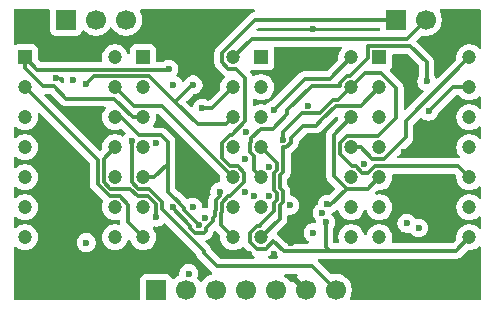
<source format=gbr>
%TF.GenerationSoftware,KiCad,Pcbnew,9.0.6*%
%TF.CreationDate,2025-12-12T15:58:06+01:00*%
%TF.ProjectId,nsm4202A_MAN3910,6e736d34-3230-4324-915f-4d414e333931,rev?*%
%TF.SameCoordinates,Original*%
%TF.FileFunction,Copper,L3,Inr*%
%TF.FilePolarity,Positive*%
%FSLAX46Y46*%
G04 Gerber Fmt 4.6, Leading zero omitted, Abs format (unit mm)*
G04 Created by KiCad (PCBNEW 9.0.6) date 2025-12-12 15:58:06*
%MOMM*%
%LPD*%
G01*
G04 APERTURE LIST*
%TA.AperFunction,ComponentPad*%
%ADD10R,1.700000X1.700000*%
%TD*%
%TA.AperFunction,ComponentPad*%
%ADD11C,1.700000*%
%TD*%
%TA.AperFunction,ComponentPad*%
%ADD12R,1.200000X1.200000*%
%TD*%
%TA.AperFunction,ComponentPad*%
%ADD13C,1.200000*%
%TD*%
%TA.AperFunction,ViaPad*%
%ADD14C,0.600000*%
%TD*%
%TA.AperFunction,Conductor*%
%ADD15C,0.300000*%
%TD*%
G04 APERTURE END LIST*
D10*
%TO.N,/D1_R1*%
%TO.C,J3*%
X104900000Y-76340000D03*
D11*
%TO.N,/D1_R2*%
X107440000Y-76340000D03*
%TO.N,/D1_R3*%
X109980000Y-76340000D03*
%TD*%
D10*
%TO.N,unconnected-(J1-Pin_1-Pad1)*%
%TO.C,J1*%
X112500000Y-99200000D03*
D11*
%TO.N,/SDA*%
X115040000Y-99200000D03*
%TO.N,/SCL*%
X117580000Y-99200000D03*
%TO.N,+5V*%
X120120000Y-99200000D03*
%TO.N,unconnected-(J1-Pin_5-Pad5)*%
X122660000Y-99200000D03*
%TO.N,GND*%
X125200000Y-99200000D03*
%TO.N,/D1_C8*%
X127740000Y-99200000D03*
%TD*%
D10*
%TO.N,/D1_R4*%
%TO.C,J2*%
X132825000Y-76340000D03*
D11*
%TO.N,/D1_R5*%
X135365000Y-76340000D03*
%TD*%
D12*
%TO.N,/D2_R3*%
%TO.C,DS4*%
X131420000Y-79520400D03*
D13*
%TO.N,/D2_C1*%
X131420000Y-82060400D03*
%TO.N,/D2_C3*%
X131420000Y-84600400D03*
%TO.N,/D2_C4*%
X131420000Y-87140400D03*
%TO.N,/D2_R2*%
X131420000Y-89680400D03*
%TO.N,unconnected-(DS4-NO_PIN-Pad6)*%
X131420000Y-92220400D03*
%TO.N,/D2_R1*%
X131420000Y-94760400D03*
%TO.N,/D2_R4*%
X139040000Y-94760400D03*
%TO.N,/D2_C7*%
X139040000Y-92220400D03*
%TO.N,/D2_C6*%
X139040000Y-89680400D03*
%TO.N,/D2_C5*%
X139040000Y-87140400D03*
%TO.N,/D2_C2*%
X139040000Y-84600400D03*
%TO.N,/D2_R6*%
X139040000Y-82060400D03*
%TO.N,/D2_R5*%
X139040000Y-79520400D03*
%TD*%
D12*
%TO.N,/D1_C3*%
%TO.C,DS1*%
X101420000Y-79520400D03*
D13*
%TO.N,/D1_R1*%
X101420000Y-82060400D03*
%TO.N,/D1_R3*%
X101420000Y-84600400D03*
%TO.N,/D1_R4*%
X101420000Y-87140400D03*
%TO.N,/D1_C2*%
X101420000Y-89680400D03*
%TO.N,unconnected-(DS1-NO_PIN-Pad6)*%
X101420000Y-92220400D03*
%TO.N,/D1_C1*%
X101420000Y-94760400D03*
%TO.N,/D1_C4*%
X109040000Y-94760400D03*
%TO.N,/D1_R7*%
X109040000Y-92220400D03*
%TO.N,/D1_R6*%
X109040000Y-89680400D03*
%TO.N,/D1_R5*%
X109040000Y-87140400D03*
%TO.N,/D1_R2*%
X109040000Y-84600400D03*
%TO.N,/D1_C6*%
X109040000Y-82060400D03*
%TO.N,/D1_C5*%
X109040000Y-79520400D03*
%TD*%
D12*
%TO.N,/D1_R3*%
%TO.C,DS2*%
X111420000Y-79520400D03*
D13*
%TO.N,/D1_C1*%
X111420000Y-82060400D03*
%TO.N,/D1_C3*%
X111420000Y-84600400D03*
%TO.N,/D1_C4*%
X111420000Y-87140400D03*
%TO.N,/D1_R2*%
X111420000Y-89680400D03*
%TO.N,unconnected-(DS2-NO_PIN-Pad6)*%
X111420000Y-92220400D03*
%TO.N,/D1_R1*%
X111420000Y-94760400D03*
%TO.N,/D1_R4*%
X119040000Y-94760400D03*
%TO.N,/D1_C7*%
X119040000Y-92220400D03*
%TO.N,/D1_C6*%
X119040000Y-89680400D03*
%TO.N,/D1_C5*%
X119040000Y-87140400D03*
%TO.N,/D1_C2*%
X119040000Y-84600400D03*
%TO.N,/D1_R6*%
X119040000Y-82060400D03*
%TO.N,/D1_R5*%
X119040000Y-79520400D03*
%TD*%
D12*
%TO.N,/D2_C3*%
%TO.C,DS3*%
X121420000Y-79520400D03*
D13*
%TO.N,/D2_R1*%
X121420000Y-82060400D03*
%TO.N,/D2_R3*%
X121420000Y-84600400D03*
%TO.N,/D2_R4*%
X121420000Y-87140400D03*
%TO.N,/D2_C2*%
X121420000Y-89680400D03*
%TO.N,unconnected-(DS3-NO_PIN-Pad6)*%
X121420000Y-92220400D03*
%TO.N,/D2_C1*%
X121420000Y-94760400D03*
%TO.N,/D2_C4*%
X129040000Y-94760400D03*
%TO.N,/D2_R7*%
X129040000Y-92220400D03*
%TO.N,/D2_R6*%
X129040000Y-89680400D03*
%TO.N,/D2_R5*%
X129040000Y-87140400D03*
%TO.N,/D2_R2*%
X129040000Y-84600400D03*
%TO.N,/D2_C6*%
X129040000Y-82060400D03*
%TO.N,/D2_C5*%
X129040000Y-79520400D03*
%TD*%
D14*
%TO.N,GND*%
X120420000Y-96200000D03*
%TO.N,/SDA*%
X120100000Y-85825000D03*
X133750000Y-93575000D03*
%TO.N,/SCL*%
X120075000Y-88100000D03*
X134742985Y-93965644D03*
X115271950Y-97819346D03*
%TO.N,+5V*%
X117912366Y-90887634D03*
X120054400Y-90932320D03*
X125814154Y-94371605D03*
X130161231Y-88513200D03*
X113925000Y-92175000D03*
%TO.N,GND*%
X133750000Y-83110000D03*
X133280000Y-98520000D03*
X105400000Y-88740000D03*
X124479999Y-87849999D03*
X105310000Y-84480000D03*
X136100000Y-98490000D03*
X122520000Y-96200000D03*
X106370000Y-77810000D03*
X134700000Y-98510000D03*
X116064800Y-89435200D03*
X124550000Y-79090000D03*
X114620000Y-76420000D03*
X134800000Y-86537500D03*
X109300000Y-97470000D03*
X114250000Y-95010000D03*
X105860000Y-79620000D03*
X123610000Y-80360000D03*
X115230000Y-88600400D03*
X104090000Y-89860000D03*
X138810000Y-98570000D03*
X137410000Y-98490000D03*
X113100000Y-76480000D03*
X106670000Y-91360000D03*
X136650000Y-79240000D03*
X119400000Y-96200000D03*
X104040000Y-81250000D03*
X106180000Y-78580000D03*
X131460000Y-98940000D03*
X105310000Y-92300000D03*
X125230000Y-88600000D03*
X116350000Y-76480000D03*
X136430000Y-93410000D03*
X133550000Y-87520000D03*
X126254334Y-87544772D03*
X114589800Y-87960200D03*
X137440000Y-90550000D03*
X123970000Y-95250000D03*
X103290000Y-85880000D03*
X107440000Y-85830000D03*
X125780000Y-77110000D03*
X125895000Y-88205000D03*
X137320000Y-87390000D03*
%TO.N,/D1_R2*%
X116114522Y-93676145D03*
%TO.N,/D1_C8*%
X110443637Y-86633724D03*
%TO.N,/D1_C2*%
X115650000Y-81850000D03*
X106600000Y-81775000D03*
%TO.N,/D1_C3*%
X113600000Y-80500000D03*
%TO.N,/D1_C7*%
X112510824Y-86776244D03*
%TO.N,/D1_C4*%
X113991398Y-81886544D03*
%TO.N,/D1_R4*%
X106600000Y-95200000D03*
%TO.N,/D1_R1*%
X116696370Y-93099467D03*
%TO.N,/D1_R3*%
X105500000Y-81400000D03*
X115631192Y-92184745D03*
%TO.N,/D1_R6*%
X116408146Y-83824603D03*
%TO.N,/D1_R5*%
X112550000Y-93050000D03*
%TO.N,/D2_R5*%
X123829318Y-92030621D03*
%TO.N,/D2_C7*%
X122106317Y-88757646D03*
%TO.N,/D2_C2*%
X135425000Y-81550000D03*
%TO.N,/D2_R7*%
X120797752Y-91253284D03*
%TO.N,/D2_R6*%
X122071478Y-91285194D03*
X135585419Y-84089581D03*
%TO.N,/D2_R3*%
X126561789Y-92675350D03*
%TO.N,/D2_C5*%
X122471080Y-83975000D03*
%TO.N,/D2_C6*%
X123275000Y-86475000D03*
%TO.N,/D2_R4*%
X126875000Y-93475000D03*
%TO.N,/D2_R2*%
X127014459Y-91955910D03*
%TO.N,/D2_C4*%
X125366381Y-83594670D03*
%TD*%
D15*
%TO.N,/D2_C1*%
X122976000Y-93204400D02*
X121420000Y-94760400D01*
X122976000Y-92043458D02*
X122976000Y-93204400D01*
X123222936Y-91796523D02*
X122976000Y-92043458D01*
X123222936Y-90802409D02*
X123222936Y-91796523D01*
X122976000Y-89517138D02*
X122976000Y-90555473D01*
X123258317Y-89234820D02*
X122976000Y-89517138D01*
X123258317Y-87126000D02*
X123258317Y-89234820D01*
X122976000Y-90555473D02*
X123222936Y-90802409D01*
X123544654Y-87126000D02*
X123258317Y-87126000D01*
X123926000Y-86334000D02*
X123926000Y-86744654D01*
X124965330Y-85294670D02*
X123926000Y-86334000D01*
X126070544Y-85294670D02*
X124965330Y-85294670D01*
X126604214Y-84761000D02*
X126070544Y-85294670D01*
X128159521Y-83649400D02*
X128158520Y-83650400D01*
X128158520Y-83650400D02*
X127716228Y-83650400D01*
X129831000Y-83649400D02*
X128159521Y-83649400D01*
X127716228Y-83650400D02*
X126605628Y-84761000D01*
X131420000Y-82060400D02*
X129831000Y-83649400D01*
X126605628Y-84761000D02*
X126604214Y-84761000D01*
X123926000Y-86744654D02*
X123544654Y-87126000D01*
%TO.N,/D2_C6*%
X123275000Y-85865000D02*
X123275000Y-86475000D01*
X127508708Y-83149400D02*
X126398108Y-84260000D01*
X124880000Y-84260000D02*
X123275000Y-85865000D01*
X127951000Y-83149400D02*
X127508708Y-83149400D01*
X129040000Y-82060400D02*
X127951000Y-83149400D01*
X126398108Y-84260000D02*
X124880000Y-84260000D01*
%TO.N,/D2_C2*%
X135425000Y-79950000D02*
X135425000Y-81550000D01*
X134044400Y-78569400D02*
X135425000Y-79950000D01*
X130469000Y-78569400D02*
X134044400Y-78569400D01*
X130469000Y-79581000D02*
X130469000Y-78569400D01*
X128940600Y-81109400D02*
X130469000Y-79581000D01*
X128646082Y-81109400D02*
X128940600Y-81109400D01*
X128089000Y-81666482D02*
X128646082Y-81109400D01*
X128038000Y-81910000D02*
X128089000Y-81961000D01*
X125710000Y-81910000D02*
X128038000Y-81910000D01*
X123635330Y-83984670D02*
X125710000Y-81910000D01*
X123635330Y-84294670D02*
X123635330Y-83984670D01*
X122378600Y-85551400D02*
X123635330Y-84294670D01*
X120469000Y-86746482D02*
X120558279Y-86657203D01*
X120469000Y-87534318D02*
X120469000Y-86746482D01*
X120558279Y-86366721D02*
X121373600Y-85551400D01*
X120775000Y-89035400D02*
X120775000Y-87840318D01*
X120558279Y-86657203D02*
X120558279Y-86366721D01*
X121373600Y-85551400D02*
X122378600Y-85551400D01*
X121420000Y-89680400D02*
X120775000Y-89035400D01*
X128089000Y-81961000D02*
X128089000Y-81666482D01*
X120775000Y-87840318D02*
X120469000Y-87534318D01*
%TO.N,+5V*%
X116730000Y-94192564D02*
X116730000Y-93981321D01*
X116966024Y-93750467D02*
X117347370Y-93369121D01*
X117509000Y-92941000D02*
X117509000Y-92485798D01*
X117509000Y-92485798D02*
X117588000Y-92406797D01*
X117588000Y-92406797D02*
X117588000Y-91618961D01*
X117588000Y-91618961D02*
X117912366Y-91294596D01*
X115414522Y-93797584D02*
X115414522Y-93966095D01*
X116730000Y-93981321D02*
X116960854Y-93750467D01*
X113925000Y-92308062D02*
X115414522Y-93797584D01*
X117347370Y-93102630D02*
X117509000Y-92941000D01*
X116556082Y-94366482D02*
X116730000Y-94192564D01*
X115814909Y-94366482D02*
X116556082Y-94366482D01*
X115414522Y-93966095D02*
X115814909Y-94366482D01*
X117912366Y-91294596D02*
X117912366Y-90887634D01*
X116960854Y-93750467D02*
X116966024Y-93750467D01*
X113925000Y-92175000D02*
X113925000Y-92308062D01*
X117347370Y-93369121D02*
X117347370Y-93102630D01*
%TO.N,/D1_R2*%
X114194654Y-91524000D02*
X114576000Y-91905346D01*
X111420000Y-89680400D02*
X112344600Y-89680400D01*
X113500000Y-90875000D02*
X114149000Y-91524000D01*
X114576000Y-91951000D02*
X114858147Y-92233147D01*
X112344600Y-89680400D02*
X113500000Y-88525000D01*
X113500000Y-88525000D02*
X113500000Y-86650000D01*
X111090482Y-86125000D02*
X111095241Y-86120241D01*
X114858147Y-92419770D02*
X116114522Y-93676145D01*
X113500000Y-88525000D02*
X113500000Y-90875000D01*
X114858147Y-92233147D02*
X114858147Y-92419770D01*
X113500000Y-86650000D02*
X112975000Y-86125000D01*
X114149000Y-91524000D02*
X114194654Y-91524000D01*
X114576000Y-91905346D02*
X114576000Y-91951000D01*
X109575400Y-84600400D02*
X109040000Y-84600400D01*
X111095241Y-86120241D02*
X109575400Y-84600400D01*
X112975000Y-86125000D02*
X111090482Y-86125000D01*
%TO.N,/D1_C8*%
X116550044Y-96081008D02*
X116550044Y-95925044D01*
X125740000Y-97200000D02*
X117669036Y-97200000D01*
X110443637Y-90048955D02*
X110443637Y-86633724D01*
X116550044Y-95925044D02*
X113000000Y-92375000D01*
X113000000Y-92375000D02*
X113000000Y-91748375D01*
X111026082Y-90631400D02*
X110443637Y-90048955D01*
X117669036Y-97200000D02*
X116550044Y-96081008D01*
X113000000Y-91748375D02*
X111883025Y-90631400D01*
X127740000Y-99200000D02*
X125740000Y-97200000D01*
X111883025Y-90631400D02*
X111026082Y-90631400D01*
%TO.N,/D1_C2*%
X115525000Y-81850000D02*
X114112500Y-83262500D01*
X111959400Y-81109400D02*
X107265600Y-81109400D01*
X115650000Y-81850000D02*
X115525000Y-81850000D01*
X119040000Y-84600400D02*
X118440000Y-85200400D01*
X118440000Y-85200400D02*
X116050400Y-85200400D01*
X107265600Y-81109400D02*
X106600000Y-81775000D01*
X114112500Y-83262500D02*
X111959400Y-81109400D01*
X116050400Y-85200400D02*
X114112500Y-83262500D01*
%TO.N,/D1_C3*%
X113550000Y-80550000D02*
X113600000Y-80500000D01*
X101420000Y-79520400D02*
X102449600Y-80550000D01*
X110571472Y-84600400D02*
X111420000Y-84600400D01*
X103849600Y-81950000D02*
X104911000Y-83011400D01*
X108982472Y-83011400D02*
X110571472Y-84600400D01*
X104911000Y-83011400D02*
X108982472Y-83011400D01*
X101420000Y-80420400D02*
X102949600Y-81950000D01*
X102449600Y-80550000D02*
X113550000Y-80550000D01*
X101420000Y-79520400D02*
X101420000Y-80420400D01*
X102949600Y-81950000D02*
X103849600Y-81950000D01*
%TO.N,/D1_C6*%
X119040000Y-89680400D02*
X113009000Y-83649400D01*
X113009000Y-83649400D02*
X110629000Y-83649400D01*
X110629000Y-83649400D02*
X109040000Y-82060400D01*
%TO.N,/D1_R4*%
X118089000Y-92614318D02*
X118010000Y-92693318D01*
X119991000Y-89286482D02*
X119991000Y-90074318D01*
X118010000Y-93730400D02*
X119040000Y-94760400D01*
X118010000Y-92693318D02*
X118010000Y-93730400D01*
X118089000Y-91826482D02*
X118089000Y-92614318D01*
X120050000Y-84935318D02*
X118910318Y-86075000D01*
X132825000Y-76340000D02*
X120875482Y-76340000D01*
X119991000Y-90074318D02*
X118795918Y-91269400D01*
X120875482Y-76340000D02*
X118089000Y-79126482D01*
X118089000Y-86746482D02*
X118089000Y-88020880D01*
X118089000Y-79126482D02*
X118089000Y-79914318D01*
X118795918Y-91269400D02*
X118646082Y-91269400D01*
X118646082Y-91269400D02*
X118089000Y-91826482D01*
X118760482Y-86075000D02*
X118089000Y-86746482D01*
X118910318Y-86075000D02*
X118760482Y-86075000D01*
X118646082Y-80471400D02*
X119283894Y-80471400D01*
X119433918Y-88729400D02*
X119991000Y-89286482D01*
X120050000Y-81237506D02*
X120050000Y-84935318D01*
X118089000Y-79914318D02*
X118646082Y-80471400D01*
X118797520Y-88729400D02*
X119433918Y-88729400D01*
X118089000Y-88020880D02*
X118797520Y-88729400D01*
X119283894Y-80471400D02*
X120050000Y-81237506D01*
%TO.N,/D1_R1*%
X110150000Y-91985482D02*
X110150000Y-93490400D01*
X109433918Y-91269400D02*
X110150000Y-91985482D01*
X107589000Y-90281424D02*
X108576976Y-91269400D01*
X107589000Y-88229400D02*
X107589000Y-90281424D01*
X101420000Y-82060400D02*
X107589000Y-88229400D01*
X108576976Y-91269400D02*
X109433918Y-91269400D01*
X110150000Y-93490400D02*
X111420000Y-94760400D01*
%TO.N,/D1_R6*%
X117275797Y-83824603D02*
X116408146Y-83824603D01*
X119040000Y-82060400D02*
X117275797Y-83824603D01*
%TO.N,/D1_R5*%
X112500000Y-93000000D02*
X112550000Y-93050000D01*
X110956976Y-91269400D02*
X111813918Y-91269400D01*
X120610400Y-77950000D02*
X133755000Y-77950000D01*
X109040000Y-87140400D02*
X108089000Y-88091400D01*
X111813918Y-91269400D02*
X112500000Y-91955482D01*
X108646082Y-90631400D02*
X110318976Y-90631400D01*
X133755000Y-77950000D02*
X135365000Y-76340000D01*
X110318976Y-90631400D02*
X110956976Y-91269400D01*
X119040000Y-79520400D02*
X120610400Y-77950000D01*
X112500000Y-91955482D02*
X112500000Y-93000000D01*
X108089000Y-90074318D02*
X108646082Y-90631400D01*
X108089000Y-88091400D02*
X108089000Y-90074318D01*
%TO.N,/D2_R5*%
X133650000Y-84910400D02*
X133650000Y-86255318D01*
X130839528Y-88091400D02*
X129888528Y-87140400D01*
X129888528Y-87140400D02*
X129040000Y-87140400D01*
X131813918Y-88091400D02*
X130839528Y-88091400D01*
X133650000Y-86255318D02*
X131813918Y-88091400D01*
X139040000Y-79520400D02*
X133650000Y-84910400D01*
%TO.N,/D2_R6*%
X139040000Y-82060400D02*
X137614600Y-82060400D01*
X137614600Y-82060400D02*
X135585419Y-84089581D01*
%TO.N,/D2_C5*%
X129040000Y-79520400D02*
X127210400Y-81350000D01*
X127210400Y-81350000D02*
X125096080Y-81350000D01*
X125096080Y-81350000D02*
X122471080Y-83975000D01*
%TO.N,/D2_C6*%
X128646082Y-86189400D02*
X128089000Y-86746482D01*
X129144350Y-88729400D02*
X129433918Y-88729400D01*
X138089000Y-88729400D02*
X139040000Y-89680400D01*
X132825000Y-84685600D02*
X131321200Y-86189400D01*
X132825000Y-82121400D02*
X132825000Y-84685600D01*
X128089000Y-87674050D02*
X129144350Y-88729400D01*
X129433918Y-88729400D02*
X129991000Y-89286482D01*
X129040000Y-82060400D02*
X130233786Y-80866614D01*
X130233786Y-80866614D02*
X131570214Y-80866614D01*
X131570214Y-80866614D02*
X132825000Y-82121400D01*
X130469000Y-89286482D02*
X131026082Y-88729400D01*
X128089000Y-86746482D02*
X128089000Y-87674050D01*
X131321200Y-86189400D02*
X128646082Y-86189400D01*
X131026082Y-88729400D02*
X138089000Y-88729400D01*
X129991000Y-89286482D02*
X130469000Y-89286482D01*
%TO.N,/D2_R4*%
X137900400Y-95900000D02*
X127200000Y-95900000D01*
X122475000Y-92510318D02*
X122475000Y-91835936D01*
X121310318Y-93675000D02*
X122475000Y-92510318D01*
X122475000Y-91835936D02*
X122721936Y-91589001D01*
X121310318Y-93809400D02*
X121310318Y-93675000D01*
X120469000Y-95154318D02*
X120469000Y-94366482D01*
X126875000Y-95575000D02*
X127200000Y-95900000D01*
X139040000Y-94760400D02*
X137900400Y-95900000D01*
X121813918Y-95711400D02*
X121026082Y-95711400D01*
X122721936Y-91589001D02*
X122721936Y-91009930D01*
X123310000Y-95930000D02*
X122452659Y-95072659D01*
X127170000Y-95930000D02*
X123310000Y-95930000D01*
X122757317Y-88477717D02*
X121420000Y-87140400D01*
X122475000Y-89309617D02*
X122757317Y-89027300D01*
X126875000Y-93475000D02*
X126875000Y-95575000D01*
X122452659Y-95072659D02*
X121813918Y-95711400D01*
X122721936Y-91009930D02*
X122475000Y-90762994D01*
X122757317Y-89027300D02*
X122757317Y-88477717D01*
X121026082Y-95711400D02*
X120469000Y-95154318D01*
X122475000Y-90762994D02*
X122475000Y-89309617D01*
X121026082Y-93809400D02*
X121310318Y-93809400D01*
X120469000Y-94366482D02*
X121026082Y-93809400D01*
X127200000Y-95900000D02*
X127170000Y-95930000D01*
%TO.N,/D2_R2*%
X127237063Y-92040419D02*
X127098968Y-92040419D01*
X127587000Y-86053400D02*
X129040000Y-84600400D01*
X130469000Y-90631400D02*
X128646082Y-90631400D01*
X127587000Y-89572318D02*
X127587000Y-86053400D01*
X131420000Y-89680400D02*
X130469000Y-90631400D01*
X128646082Y-90631400D02*
X127587000Y-89572318D01*
X128646082Y-90631400D02*
X127237063Y-92040419D01*
X127098968Y-92040419D02*
X127014459Y-91955910D01*
%TD*%
%TA.AperFunction,Conductor*%
%TO.N,GND*%
G36*
X102686740Y-84251643D02*
G01*
X102708878Y-84269224D01*
X106902181Y-88462527D01*
X106935666Y-88523850D01*
X106938500Y-88550208D01*
X106938500Y-90345493D01*
X106938500Y-90345495D01*
X106938499Y-90345495D01*
X106961342Y-90460328D01*
X106963498Y-90471165D01*
X106963499Y-90471169D01*
X107012533Y-90589549D01*
X107047495Y-90641873D01*
X107071586Y-90677929D01*
X107083726Y-90696097D01*
X107083727Y-90696098D01*
X108012271Y-91624641D01*
X108045756Y-91685964D01*
X108040772Y-91755655D01*
X108035076Y-91768615D01*
X108020128Y-91797951D01*
X108020126Y-91797957D01*
X107966597Y-91962702D01*
X107939500Y-92133789D01*
X107939500Y-92307010D01*
X107963174Y-92456487D01*
X107966598Y-92478101D01*
X108020127Y-92642845D01*
X108098768Y-92797188D01*
X108200586Y-92937328D01*
X108323072Y-93059814D01*
X108463212Y-93161632D01*
X108617555Y-93240273D01*
X108782299Y-93293802D01*
X108953389Y-93320900D01*
X108953390Y-93320900D01*
X109126610Y-93320900D01*
X109126611Y-93320900D01*
X109297701Y-93293802D01*
X109337184Y-93280972D01*
X109364254Y-93280199D01*
X109390987Y-93275875D01*
X109398656Y-93279216D01*
X109407022Y-93278977D01*
X109430216Y-93292963D01*
X109455043Y-93303778D01*
X109459689Y-93310736D01*
X109466855Y-93315057D01*
X109478805Y-93339362D01*
X109493845Y-93361884D01*
X109495632Y-93373585D01*
X109497684Y-93377758D01*
X109499481Y-93396725D01*
X109499500Y-93397805D01*
X109499500Y-93554469D01*
X109502520Y-93569654D01*
X109502716Y-93580767D01*
X109496287Y-93604174D01*
X109494125Y-93628345D01*
X109487202Y-93637256D01*
X109484213Y-93648142D01*
X109466150Y-93664357D01*
X109451263Y-93683523D01*
X109440620Y-93687277D01*
X109432221Y-93694818D01*
X109408260Y-93698693D01*
X109385374Y-93706768D01*
X109370441Y-93704811D01*
X109363248Y-93705975D01*
X109356331Y-93702962D01*
X109340418Y-93700877D01*
X109297702Y-93686998D01*
X109297698Y-93686997D01*
X109154751Y-93664357D01*
X109126611Y-93659900D01*
X108953389Y-93659900D01*
X108925249Y-93664357D01*
X108782302Y-93686997D01*
X108617552Y-93740528D01*
X108463211Y-93819168D01*
X108405206Y-93861312D01*
X108323072Y-93920986D01*
X108323070Y-93920988D01*
X108323069Y-93920988D01*
X108200588Y-94043469D01*
X108200588Y-94043470D01*
X108200586Y-94043472D01*
X108189773Y-94058355D01*
X108098768Y-94183611D01*
X108020128Y-94337952D01*
X108020127Y-94337954D01*
X108020127Y-94337955D01*
X108007928Y-94375499D01*
X107966597Y-94502702D01*
X107939500Y-94673789D01*
X107939500Y-94847010D01*
X107966597Y-95018097D01*
X107966597Y-95018099D01*
X107966598Y-95018101D01*
X108018231Y-95177011D01*
X108020128Y-95182847D01*
X108069042Y-95278846D01*
X108098768Y-95337188D01*
X108200586Y-95477328D01*
X108323072Y-95599814D01*
X108463212Y-95701632D01*
X108617555Y-95780273D01*
X108782299Y-95833802D01*
X108953389Y-95860900D01*
X108953390Y-95860900D01*
X109126610Y-95860900D01*
X109126611Y-95860900D01*
X109297701Y-95833802D01*
X109462445Y-95780273D01*
X109616788Y-95701632D01*
X109756928Y-95599814D01*
X109879414Y-95477328D01*
X109981232Y-95337188D01*
X110059873Y-95182845D01*
X110112069Y-95022200D01*
X110151507Y-94964526D01*
X110215865Y-94937328D01*
X110284712Y-94949243D01*
X110336187Y-94996487D01*
X110347929Y-95022198D01*
X110400127Y-95182845D01*
X110400128Y-95182847D01*
X110449042Y-95278846D01*
X110478768Y-95337188D01*
X110580586Y-95477328D01*
X110703072Y-95599814D01*
X110843212Y-95701632D01*
X110997555Y-95780273D01*
X111162299Y-95833802D01*
X111333389Y-95860900D01*
X111333390Y-95860900D01*
X111506610Y-95860900D01*
X111506611Y-95860900D01*
X111677701Y-95833802D01*
X111842445Y-95780273D01*
X111996788Y-95701632D01*
X112136928Y-95599814D01*
X112259414Y-95477328D01*
X112361232Y-95337188D01*
X112439873Y-95182845D01*
X112493402Y-95018101D01*
X112520500Y-94847011D01*
X112520500Y-94673789D01*
X112493402Y-94502699D01*
X112439873Y-94337955D01*
X112361232Y-94183612D01*
X112259414Y-94043472D01*
X112254995Y-94039053D01*
X112221510Y-93977730D01*
X112226494Y-93908038D01*
X112268366Y-93852105D01*
X112333830Y-93827688D01*
X112366865Y-93829754D01*
X112400899Y-93836524D01*
X112471155Y-93850500D01*
X112471158Y-93850500D01*
X112628844Y-93850500D01*
X112628845Y-93850499D01*
X112783497Y-93819737D01*
X112929179Y-93759394D01*
X113060289Y-93671789D01*
X113130886Y-93601191D01*
X113192207Y-93567708D01*
X113261899Y-93572692D01*
X113306247Y-93601193D01*
X115885215Y-96180161D01*
X115918700Y-96241484D01*
X115919151Y-96243649D01*
X115924541Y-96270747D01*
X115924542Y-96270750D01*
X115959349Y-96354780D01*
X115973579Y-96389135D01*
X116031930Y-96476465D01*
X116044770Y-96495681D01*
X117247539Y-97698450D01*
X117281024Y-97759773D01*
X117276040Y-97829465D01*
X117234168Y-97885398D01*
X117198177Y-97904062D01*
X117061583Y-97948444D01*
X116872179Y-98044951D01*
X116700213Y-98169890D01*
X116549890Y-98320213D01*
X116424949Y-98492182D01*
X116420484Y-98500946D01*
X116372509Y-98551742D01*
X116304688Y-98568536D01*
X116238553Y-98545998D01*
X116199516Y-98500946D01*
X116195050Y-98492182D01*
X116070109Y-98320213D01*
X116030287Y-98280391D01*
X115996802Y-98219068D01*
X116001786Y-98149376D01*
X116003384Y-98145313D01*
X116041687Y-98052843D01*
X116072450Y-97898188D01*
X116072450Y-97740504D01*
X116072450Y-97740501D01*
X116072449Y-97740499D01*
X116041688Y-97585856D01*
X116041687Y-97585849D01*
X116041685Y-97585844D01*
X115981347Y-97440173D01*
X115981340Y-97440160D01*
X115893739Y-97309057D01*
X115893736Y-97309053D01*
X115782242Y-97197559D01*
X115782238Y-97197556D01*
X115651135Y-97109955D01*
X115651122Y-97109948D01*
X115505451Y-97049610D01*
X115505439Y-97049607D01*
X115350795Y-97018846D01*
X115350792Y-97018846D01*
X115193108Y-97018846D01*
X115193105Y-97018846D01*
X115038460Y-97049607D01*
X115038448Y-97049610D01*
X114892777Y-97109948D01*
X114892764Y-97109955D01*
X114761661Y-97197556D01*
X114761657Y-97197559D01*
X114650163Y-97309053D01*
X114650160Y-97309057D01*
X114562559Y-97440160D01*
X114562552Y-97440173D01*
X114502214Y-97585844D01*
X114502211Y-97585856D01*
X114471450Y-97740499D01*
X114471450Y-97898001D01*
X114451765Y-97965040D01*
X114403746Y-98008485D01*
X114332182Y-98044949D01*
X114160215Y-98169889D01*
X114046673Y-98283431D01*
X113985350Y-98316915D01*
X113915658Y-98311931D01*
X113859725Y-98270059D01*
X113842810Y-98239082D01*
X113793797Y-98107671D01*
X113793793Y-98107664D01*
X113707547Y-97992455D01*
X113707544Y-97992452D01*
X113592335Y-97906206D01*
X113592328Y-97906202D01*
X113457482Y-97855908D01*
X113457483Y-97855908D01*
X113397883Y-97849501D01*
X113397881Y-97849500D01*
X113397873Y-97849500D01*
X113397864Y-97849500D01*
X111602129Y-97849500D01*
X111602123Y-97849501D01*
X111542516Y-97855908D01*
X111407671Y-97906202D01*
X111407664Y-97906206D01*
X111292455Y-97992452D01*
X111292452Y-97992455D01*
X111206206Y-98107664D01*
X111206202Y-98107671D01*
X111155908Y-98242517D01*
X111151510Y-98283431D01*
X111149500Y-98302127D01*
X111149500Y-99134174D01*
X111149501Y-99925500D01*
X111129816Y-99992539D01*
X111077013Y-100038294D01*
X111025501Y-100049500D01*
X100574500Y-100049500D01*
X100507461Y-100029815D01*
X100461706Y-99977011D01*
X100450500Y-99925500D01*
X100450500Y-95646604D01*
X100470185Y-95579565D01*
X100522989Y-95533810D01*
X100592147Y-95523866D01*
X100655703Y-95552891D01*
X100662181Y-95558923D01*
X100703072Y-95599814D01*
X100843212Y-95701632D01*
X100997555Y-95780273D01*
X101162299Y-95833802D01*
X101333389Y-95860900D01*
X101333390Y-95860900D01*
X101506610Y-95860900D01*
X101506611Y-95860900D01*
X101677701Y-95833802D01*
X101842445Y-95780273D01*
X101996788Y-95701632D01*
X102136928Y-95599814D01*
X102259414Y-95477328D01*
X102361232Y-95337188D01*
X102439873Y-95182845D01*
X102459918Y-95121153D01*
X105799500Y-95121153D01*
X105799500Y-95278846D01*
X105830261Y-95433489D01*
X105830264Y-95433501D01*
X105890602Y-95579172D01*
X105890609Y-95579185D01*
X105978210Y-95710288D01*
X105978213Y-95710292D01*
X106089707Y-95821786D01*
X106089711Y-95821789D01*
X106220814Y-95909390D01*
X106220827Y-95909397D01*
X106366498Y-95969735D01*
X106366503Y-95969737D01*
X106521153Y-96000499D01*
X106521156Y-96000500D01*
X106521158Y-96000500D01*
X106678844Y-96000500D01*
X106678845Y-96000499D01*
X106833497Y-95969737D01*
X106979179Y-95909394D01*
X107110289Y-95821789D01*
X107221789Y-95710289D01*
X107309394Y-95579179D01*
X107369737Y-95433497D01*
X107400500Y-95278842D01*
X107400500Y-95121158D01*
X107400500Y-95121155D01*
X107400499Y-95121153D01*
X107380816Y-95022202D01*
X107369737Y-94966503D01*
X107359980Y-94942947D01*
X107309397Y-94820827D01*
X107309390Y-94820814D01*
X107221789Y-94689711D01*
X107221786Y-94689707D01*
X107110292Y-94578213D01*
X107110288Y-94578210D01*
X106979185Y-94490609D01*
X106979172Y-94490602D01*
X106833501Y-94430264D01*
X106833489Y-94430261D01*
X106678845Y-94399500D01*
X106678842Y-94399500D01*
X106521158Y-94399500D01*
X106521155Y-94399500D01*
X106366510Y-94430261D01*
X106366498Y-94430264D01*
X106220827Y-94490602D01*
X106220814Y-94490609D01*
X106089711Y-94578210D01*
X106089707Y-94578213D01*
X105978213Y-94689707D01*
X105978210Y-94689711D01*
X105890609Y-94820814D01*
X105890602Y-94820827D01*
X105830264Y-94966498D01*
X105830261Y-94966510D01*
X105799500Y-95121153D01*
X102459918Y-95121153D01*
X102493402Y-95018101D01*
X102520500Y-94847011D01*
X102520500Y-94673789D01*
X102493402Y-94502699D01*
X102439873Y-94337955D01*
X102361232Y-94183612D01*
X102259414Y-94043472D01*
X102136928Y-93920986D01*
X101996788Y-93819168D01*
X101842445Y-93740527D01*
X101677701Y-93686998D01*
X101677699Y-93686997D01*
X101677698Y-93686997D01*
X101534751Y-93664357D01*
X101506611Y-93659900D01*
X101333389Y-93659900D01*
X101305249Y-93664357D01*
X101162302Y-93686997D01*
X100997552Y-93740528D01*
X100843211Y-93819168D01*
X100785206Y-93861312D01*
X100703072Y-93920986D01*
X100703070Y-93920988D01*
X100703069Y-93920988D01*
X100662181Y-93961877D01*
X100600858Y-93995362D01*
X100531166Y-93990378D01*
X100475233Y-93948506D01*
X100450816Y-93883042D01*
X100450500Y-93874196D01*
X100450500Y-93106604D01*
X100470185Y-93039565D01*
X100522989Y-92993810D01*
X100592147Y-92983866D01*
X100655703Y-93012891D01*
X100662181Y-93018923D01*
X100703072Y-93059814D01*
X100843212Y-93161632D01*
X100997555Y-93240273D01*
X101162299Y-93293802D01*
X101333389Y-93320900D01*
X101333390Y-93320900D01*
X101506610Y-93320900D01*
X101506611Y-93320900D01*
X101677701Y-93293802D01*
X101842445Y-93240273D01*
X101996788Y-93161632D01*
X102136928Y-93059814D01*
X102259414Y-92937328D01*
X102361232Y-92797188D01*
X102439873Y-92642845D01*
X102493402Y-92478101D01*
X102520500Y-92307011D01*
X102520500Y-92133789D01*
X102493402Y-91962699D01*
X102439873Y-91797955D01*
X102361232Y-91643612D01*
X102259414Y-91503472D01*
X102136928Y-91380986D01*
X101996788Y-91279168D01*
X101842445Y-91200527D01*
X101677701Y-91146998D01*
X101677699Y-91146997D01*
X101677698Y-91146997D01*
X101546271Y-91126181D01*
X101506611Y-91119900D01*
X101333389Y-91119900D01*
X101293728Y-91126181D01*
X101162302Y-91146997D01*
X101162299Y-91146998D01*
X101032370Y-91189215D01*
X100997552Y-91200528D01*
X100843211Y-91279168D01*
X100785328Y-91321223D01*
X100703072Y-91380986D01*
X100703070Y-91380988D01*
X100703069Y-91380988D01*
X100662181Y-91421877D01*
X100600858Y-91455362D01*
X100531166Y-91450378D01*
X100475233Y-91408506D01*
X100450816Y-91343042D01*
X100450500Y-91334196D01*
X100450500Y-90566604D01*
X100470185Y-90499565D01*
X100522989Y-90453810D01*
X100592147Y-90443866D01*
X100655703Y-90472891D01*
X100662181Y-90478923D01*
X100703072Y-90519814D01*
X100843212Y-90621632D01*
X100997555Y-90700273D01*
X101162299Y-90753802D01*
X101333389Y-90780900D01*
X101333390Y-90780900D01*
X101506610Y-90780900D01*
X101506611Y-90780900D01*
X101677701Y-90753802D01*
X101842445Y-90700273D01*
X101996788Y-90621632D01*
X102136928Y-90519814D01*
X102259414Y-90397328D01*
X102361232Y-90257188D01*
X102439873Y-90102845D01*
X102493402Y-89938101D01*
X102520500Y-89767011D01*
X102520500Y-89593789D01*
X102493402Y-89422699D01*
X102439873Y-89257955D01*
X102361232Y-89103612D01*
X102259414Y-88963472D01*
X102136928Y-88840986D01*
X101996788Y-88739168D01*
X101842445Y-88660527D01*
X101677701Y-88606998D01*
X101677699Y-88606997D01*
X101677698Y-88606997D01*
X101534284Y-88584283D01*
X101506611Y-88579900D01*
X101333389Y-88579900D01*
X101305716Y-88584283D01*
X101162302Y-88606997D01*
X100997552Y-88660528D01*
X100843211Y-88739168D01*
X100767473Y-88794196D01*
X100703072Y-88840986D01*
X100703070Y-88840988D01*
X100703069Y-88840988D01*
X100662181Y-88881877D01*
X100600858Y-88915362D01*
X100531166Y-88910378D01*
X100475233Y-88868506D01*
X100450816Y-88803042D01*
X100450500Y-88794196D01*
X100450500Y-88026604D01*
X100470185Y-87959565D01*
X100522989Y-87913810D01*
X100592147Y-87903866D01*
X100655703Y-87932891D01*
X100662181Y-87938923D01*
X100703072Y-87979814D01*
X100843212Y-88081632D01*
X100997555Y-88160273D01*
X101162299Y-88213802D01*
X101333389Y-88240900D01*
X101333390Y-88240900D01*
X101506610Y-88240900D01*
X101506611Y-88240900D01*
X101677701Y-88213802D01*
X101842445Y-88160273D01*
X101996788Y-88081632D01*
X102136928Y-87979814D01*
X102259414Y-87857328D01*
X102361232Y-87717188D01*
X102439873Y-87562845D01*
X102493402Y-87398101D01*
X102520500Y-87227011D01*
X102520500Y-87053789D01*
X102493402Y-86882699D01*
X102439873Y-86717955D01*
X102361232Y-86563612D01*
X102259414Y-86423472D01*
X102136928Y-86300986D01*
X101996788Y-86199168D01*
X101842445Y-86120527D01*
X101677701Y-86066998D01*
X101677699Y-86066997D01*
X101677698Y-86066997D01*
X101546271Y-86046181D01*
X101506611Y-86039900D01*
X101333389Y-86039900D01*
X101293728Y-86046181D01*
X101162302Y-86066997D01*
X100997552Y-86120528D01*
X100843211Y-86199168D01*
X100793442Y-86235328D01*
X100703072Y-86300986D01*
X100703070Y-86300988D01*
X100703069Y-86300988D01*
X100662181Y-86341877D01*
X100600858Y-86375362D01*
X100531166Y-86370378D01*
X100475233Y-86328506D01*
X100450816Y-86263042D01*
X100450500Y-86254196D01*
X100450500Y-85486604D01*
X100470185Y-85419565D01*
X100522989Y-85373810D01*
X100592147Y-85363866D01*
X100655703Y-85392891D01*
X100662181Y-85398923D01*
X100703072Y-85439814D01*
X100843212Y-85541632D01*
X100997555Y-85620273D01*
X101162299Y-85673802D01*
X101333389Y-85700900D01*
X101333390Y-85700900D01*
X101506610Y-85700900D01*
X101506611Y-85700900D01*
X101677701Y-85673802D01*
X101842445Y-85620273D01*
X101996788Y-85541632D01*
X102136928Y-85439814D01*
X102259414Y-85317328D01*
X102361232Y-85177188D01*
X102439873Y-85022845D01*
X102493402Y-84858101D01*
X102520500Y-84687011D01*
X102520500Y-84513789D01*
X102498724Y-84376301D01*
X102507679Y-84307010D01*
X102552675Y-84253558D01*
X102619426Y-84232918D01*
X102686740Y-84251643D01*
G37*
%TD.AperFunction*%
%TA.AperFunction,Conductor*%
G36*
X139968834Y-95490422D02*
G01*
X140024767Y-95532294D01*
X140049184Y-95597758D01*
X140049500Y-95606604D01*
X140049500Y-99925500D01*
X140029815Y-99992539D01*
X139977011Y-100038294D01*
X139925500Y-100049500D01*
X129025209Y-100049500D01*
X128958170Y-100029815D01*
X128912415Y-99977011D01*
X128902471Y-99907853D01*
X128914724Y-99869205D01*
X128929500Y-99840205D01*
X128991557Y-99718412D01*
X129057246Y-99516243D01*
X129090500Y-99306287D01*
X129090500Y-99093713D01*
X129057246Y-98883757D01*
X128991557Y-98681588D01*
X128895051Y-98492184D01*
X128895049Y-98492181D01*
X128895048Y-98492179D01*
X128770109Y-98320213D01*
X128619786Y-98169890D01*
X128447820Y-98044951D01*
X128258414Y-97948444D01*
X128258413Y-97948443D01*
X128258412Y-97948443D01*
X128056243Y-97882754D01*
X128056241Y-97882753D01*
X128056240Y-97882753D01*
X127894957Y-97857208D01*
X127846287Y-97849500D01*
X127633713Y-97849500D01*
X127526203Y-97866528D01*
X127418945Y-97883516D01*
X127418686Y-97881884D01*
X127356083Y-97878727D01*
X127309287Y-97849342D01*
X126252128Y-96792181D01*
X126218643Y-96730858D01*
X126223627Y-96661166D01*
X126265499Y-96605233D01*
X126330963Y-96580816D01*
X126339809Y-96580500D01*
X127234071Y-96580500D01*
X127365719Y-96554313D01*
X127365810Y-96554774D01*
X127394625Y-96550500D01*
X137964471Y-96550500D01*
X138049015Y-96533682D01*
X138090144Y-96525501D01*
X138208527Y-96476465D01*
X138315069Y-96405277D01*
X138827616Y-95892728D01*
X138888937Y-95859245D01*
X138934689Y-95857938D01*
X138953389Y-95860900D01*
X138953394Y-95860900D01*
X139126610Y-95860900D01*
X139126611Y-95860900D01*
X139297701Y-95833802D01*
X139462445Y-95780273D01*
X139616788Y-95701632D01*
X139756928Y-95599814D01*
X139837819Y-95518923D01*
X139899142Y-95485438D01*
X139968834Y-95490422D01*
G37*
%TD.AperFunction*%
%TA.AperFunction,Conductor*%
G36*
X124446075Y-97870185D02*
G01*
X124491830Y-97922989D01*
X124501774Y-97992147D01*
X124472749Y-98055703D01*
X124451921Y-98074819D01*
X124438282Y-98084727D01*
X124438282Y-98084728D01*
X125070591Y-98717037D01*
X125007007Y-98734075D01*
X124892993Y-98799901D01*
X124799901Y-98892993D01*
X124734075Y-99007007D01*
X124717037Y-99070591D01*
X124084728Y-98438282D01*
X124084727Y-98438282D01*
X124045380Y-98492440D01*
X124045376Y-98492446D01*
X124040760Y-98501505D01*
X123992781Y-98552297D01*
X123924959Y-98569087D01*
X123858826Y-98546543D01*
X123819794Y-98501493D01*
X123815051Y-98492184D01*
X123815049Y-98492181D01*
X123815048Y-98492179D01*
X123690109Y-98320213D01*
X123539790Y-98169894D01*
X123539785Y-98169890D01*
X123408929Y-98074818D01*
X123366263Y-98019488D01*
X123360284Y-97949875D01*
X123392889Y-97888080D01*
X123453728Y-97853723D01*
X123481814Y-97850500D01*
X124379036Y-97850500D01*
X124446075Y-97870185D01*
G37*
%TD.AperFunction*%
%TA.AperFunction,Conductor*%
G36*
X117541379Y-94197571D02*
G01*
X117585726Y-94226072D01*
X117907668Y-94548014D01*
X117941153Y-94609337D01*
X117942461Y-94655091D01*
X117939500Y-94673788D01*
X117939500Y-94847010D01*
X117966597Y-95018097D01*
X117966597Y-95018099D01*
X117966598Y-95018101D01*
X118018231Y-95177011D01*
X118020128Y-95182847D01*
X118069042Y-95278846D01*
X118098768Y-95337188D01*
X118200586Y-95477328D01*
X118323072Y-95599814D01*
X118463212Y-95701632D01*
X118617555Y-95780273D01*
X118782299Y-95833802D01*
X118953389Y-95860900D01*
X118953390Y-95860900D01*
X119126610Y-95860900D01*
X119126611Y-95860900D01*
X119297701Y-95833802D01*
X119462445Y-95780273D01*
X119616788Y-95701632D01*
X119756928Y-95599814D01*
X119788059Y-95568682D01*
X119849378Y-95535199D01*
X119919070Y-95540183D01*
X119963419Y-95568684D01*
X120611408Y-96216673D01*
X120611411Y-96216675D01*
X120611413Y-96216677D01*
X120717955Y-96287865D01*
X120758126Y-96304504D01*
X120773660Y-96310939D01*
X120828063Y-96354780D01*
X120850128Y-96421074D01*
X120832849Y-96488774D01*
X120781711Y-96536384D01*
X120726207Y-96549500D01*
X117989844Y-96549500D01*
X117922805Y-96529815D01*
X117902163Y-96513181D01*
X117214871Y-95825889D01*
X117181386Y-95764566D01*
X117180952Y-95762482D01*
X117175545Y-95735300D01*
X117126509Y-95616917D01*
X117109775Y-95591873D01*
X117055320Y-95510374D01*
X117055318Y-95510372D01*
X117055316Y-95510369D01*
X117055315Y-95510368D01*
X116729337Y-95184391D01*
X116695852Y-95123068D01*
X116700836Y-95053377D01*
X116742707Y-94997443D01*
X116769562Y-94982150D01*
X116864209Y-94942947D01*
X116970751Y-94871759D01*
X117235276Y-94607233D01*
X117306465Y-94500691D01*
X117355501Y-94382308D01*
X117362957Y-94344823D01*
X117373334Y-94292652D01*
X117405720Y-94230744D01*
X117407227Y-94229209D01*
X117410365Y-94226071D01*
X117471687Y-94192587D01*
X117541379Y-94197571D01*
G37*
%TD.AperFunction*%
%TA.AperFunction,Conductor*%
G36*
X122495990Y-96051784D02*
G01*
X122540339Y-96080285D01*
X122797872Y-96337819D01*
X122831357Y-96399142D01*
X122826373Y-96468834D01*
X122784501Y-96524767D01*
X122719037Y-96549184D01*
X122710191Y-96549500D01*
X122113793Y-96549500D01*
X122046754Y-96529815D01*
X122000999Y-96477011D01*
X121991055Y-96407853D01*
X122020080Y-96344297D01*
X122066340Y-96310939D01*
X122075365Y-96307200D01*
X122122045Y-96287865D01*
X122228587Y-96216677D01*
X122364977Y-96080285D01*
X122426299Y-96046800D01*
X122495990Y-96051784D01*
G37*
%TD.AperFunction*%
%TA.AperFunction,Conductor*%
G36*
X127858833Y-84530253D02*
G01*
X127914767Y-84572124D01*
X127939184Y-84637589D01*
X127939500Y-84646435D01*
X127939500Y-84687011D01*
X127942678Y-84707083D01*
X127942871Y-84708505D01*
X127937808Y-84741701D01*
X127933505Y-84774999D01*
X127932507Y-84776457D01*
X127932337Y-84777576D01*
X127929688Y-84780579D01*
X127907668Y-84812784D01*
X127081724Y-85638728D01*
X127034544Y-85709338D01*
X127034545Y-85709339D01*
X127010534Y-85745274D01*
X126961499Y-85863655D01*
X126961497Y-85863661D01*
X126936500Y-85989328D01*
X126936500Y-85989331D01*
X126936500Y-89636387D01*
X126936500Y-89636389D01*
X126936499Y-89636389D01*
X126961497Y-89762056D01*
X126961499Y-89762062D01*
X127010535Y-89880445D01*
X127077656Y-89980900D01*
X127081726Y-89986991D01*
X127081727Y-89986992D01*
X127638454Y-90543718D01*
X127671939Y-90605041D01*
X127666955Y-90674732D01*
X127638454Y-90719080D01*
X127230936Y-91126598D01*
X127169613Y-91160083D01*
X127119064Y-91160534D01*
X127093305Y-91155410D01*
X127093301Y-91155410D01*
X126935617Y-91155410D01*
X126935614Y-91155410D01*
X126780969Y-91186171D01*
X126780957Y-91186174D01*
X126635286Y-91246512D01*
X126635273Y-91246519D01*
X126504170Y-91334120D01*
X126504166Y-91334123D01*
X126392672Y-91445617D01*
X126392669Y-91445621D01*
X126305068Y-91576724D01*
X126305061Y-91576737D01*
X126244723Y-91722408D01*
X126244720Y-91722420D01*
X126213959Y-91877063D01*
X126213959Y-91878730D01*
X126213712Y-91879569D01*
X126213362Y-91883128D01*
X126212687Y-91883061D01*
X126194274Y-91945769D01*
X126158850Y-91981832D01*
X126051499Y-92053560D01*
X125940002Y-92165057D01*
X125939999Y-92165061D01*
X125852398Y-92296164D01*
X125852391Y-92296177D01*
X125792053Y-92441848D01*
X125792050Y-92441860D01*
X125761289Y-92596503D01*
X125761289Y-92754196D01*
X125792050Y-92908839D01*
X125792053Y-92908851D01*
X125852391Y-93054522D01*
X125852398Y-93054535D01*
X125939998Y-93185637D01*
X125939999Y-93185638D01*
X125940000Y-93185639D01*
X126040246Y-93285885D01*
X126073730Y-93347206D01*
X126076525Y-93376664D01*
X126076258Y-93387316D01*
X126074500Y-93396158D01*
X126074500Y-93457652D01*
X126074461Y-93459212D01*
X126064238Y-93491060D01*
X126054815Y-93523152D01*
X126053599Y-93524205D01*
X126053107Y-93525739D01*
X126027268Y-93547021D01*
X126002011Y-93568907D01*
X126000419Y-93569135D01*
X125999176Y-93570160D01*
X125965955Y-93574091D01*
X125932853Y-93578851D01*
X125929943Y-93578352D01*
X125929791Y-93578371D01*
X125929651Y-93578302D01*
X125926311Y-93577731D01*
X125892997Y-93571105D01*
X125892996Y-93571105D01*
X125735312Y-93571105D01*
X125735309Y-93571105D01*
X125580664Y-93601866D01*
X125580652Y-93601869D01*
X125434981Y-93662207D01*
X125434968Y-93662214D01*
X125303865Y-93749815D01*
X125303861Y-93749818D01*
X125192367Y-93861312D01*
X125192364Y-93861316D01*
X125104763Y-93992419D01*
X125104756Y-93992432D01*
X125044418Y-94138103D01*
X125044415Y-94138115D01*
X125013654Y-94292758D01*
X125013654Y-94450451D01*
X125044415Y-94605094D01*
X125044418Y-94605106D01*
X125104756Y-94750777D01*
X125104763Y-94750790D01*
X125192364Y-94881893D01*
X125192367Y-94881897D01*
X125303861Y-94993391D01*
X125303865Y-94993394D01*
X125392170Y-95052398D01*
X125436975Y-95106010D01*
X125445682Y-95175335D01*
X125415528Y-95238363D01*
X125356085Y-95275082D01*
X125323279Y-95279500D01*
X123630808Y-95279500D01*
X123563769Y-95259815D01*
X123543127Y-95243181D01*
X122867333Y-94567386D01*
X122867330Y-94567383D01*
X122792520Y-94517397D01*
X122747715Y-94463785D01*
X122739008Y-94394460D01*
X122769163Y-94331432D01*
X122773709Y-94326636D01*
X123481276Y-93619070D01*
X123524858Y-93553844D01*
X123552464Y-93512529D01*
X123573827Y-93460954D01*
X123601501Y-93394144D01*
X123606698Y-93368018D01*
X123611504Y-93343857D01*
X123626500Y-93268471D01*
X123626500Y-92955121D01*
X123646185Y-92888082D01*
X123698989Y-92842327D01*
X123750500Y-92831121D01*
X123908162Y-92831121D01*
X123908163Y-92831120D01*
X124062815Y-92800358D01*
X124208497Y-92740015D01*
X124339607Y-92652410D01*
X124451107Y-92540910D01*
X124538712Y-92409800D01*
X124599055Y-92264118D01*
X124629818Y-92109463D01*
X124629818Y-91951779D01*
X124629818Y-91951776D01*
X124629817Y-91951774D01*
X124615454Y-91879569D01*
X124599055Y-91797124D01*
X124553998Y-91688345D01*
X124538715Y-91651448D01*
X124538708Y-91651435D01*
X124451107Y-91520332D01*
X124451104Y-91520328D01*
X124339610Y-91408834D01*
X124339606Y-91408831D01*
X124208503Y-91321230D01*
X124208490Y-91321223D01*
X124062819Y-91260885D01*
X124062809Y-91260882D01*
X123973244Y-91243066D01*
X123911333Y-91210681D01*
X123876759Y-91149964D01*
X123873436Y-91121449D01*
X123873436Y-90738337D01*
X123848438Y-90612670D01*
X123848437Y-90612669D01*
X123848437Y-90612665D01*
X123799401Y-90494282D01*
X123788798Y-90478413D01*
X123788797Y-90478411D01*
X123788797Y-90478410D01*
X123728215Y-90387743D01*
X123728209Y-90387735D01*
X123662819Y-90322345D01*
X123629334Y-90261022D01*
X123626500Y-90234664D01*
X123626500Y-89837945D01*
X123646185Y-89770906D01*
X123662814Y-89750268D01*
X123763594Y-89649489D01*
X123834783Y-89542946D01*
X123851586Y-89502378D01*
X123873772Y-89448818D01*
X123883816Y-89424568D01*
X123883818Y-89424564D01*
X123908817Y-89298889D01*
X123908817Y-87731304D01*
X123928502Y-87664265D01*
X123955744Y-87636532D01*
X123954608Y-87635147D01*
X123959317Y-87631280D01*
X123959323Y-87631277D01*
X124431277Y-87159323D01*
X124502465Y-87052781D01*
X124512298Y-87029041D01*
X124551501Y-86934398D01*
X124576500Y-86808723D01*
X124576500Y-86654808D01*
X124596185Y-86587769D01*
X124612819Y-86567127D01*
X125198457Y-85981489D01*
X125259780Y-85948004D01*
X125286138Y-85945170D01*
X126134615Y-85945170D01*
X126219159Y-85928352D01*
X126260288Y-85920171D01*
X126378671Y-85871135D01*
X126389857Y-85863661D01*
X126396043Y-85859528D01*
X126425767Y-85839667D01*
X126485213Y-85799947D01*
X127008110Y-85277048D01*
X127017129Y-85268876D01*
X127020289Y-85266282D01*
X127020297Y-85266277D01*
X127727819Y-84558753D01*
X127789142Y-84525269D01*
X127858833Y-84530253D01*
G37*
%TD.AperFunction*%
%TA.AperFunction,Conductor*%
G36*
X137797632Y-89388544D02*
G01*
X137827619Y-89395068D01*
X137832634Y-89398822D01*
X137835231Y-89399585D01*
X137855873Y-89416219D01*
X137907668Y-89468014D01*
X137941153Y-89529337D01*
X137942461Y-89575091D01*
X137939500Y-89593788D01*
X137939500Y-89767010D01*
X137966420Y-89936982D01*
X137966598Y-89938101D01*
X138020127Y-90102845D01*
X138098768Y-90257188D01*
X138200586Y-90397328D01*
X138323072Y-90519814D01*
X138463212Y-90621632D01*
X138617555Y-90700273D01*
X138782299Y-90753802D01*
X138953389Y-90780900D01*
X138953390Y-90780900D01*
X139126610Y-90780900D01*
X139126611Y-90780900D01*
X139297701Y-90753802D01*
X139462445Y-90700273D01*
X139616788Y-90621632D01*
X139756928Y-90519814D01*
X139837819Y-90438923D01*
X139899142Y-90405438D01*
X139968834Y-90410422D01*
X140024767Y-90452294D01*
X140049184Y-90517758D01*
X140049500Y-90526604D01*
X140049500Y-91374196D01*
X140029815Y-91441235D01*
X139977011Y-91486990D01*
X139907853Y-91496934D01*
X139844297Y-91467909D01*
X139837819Y-91461877D01*
X139756930Y-91380988D01*
X139756928Y-91380986D01*
X139616788Y-91279168D01*
X139462445Y-91200527D01*
X139297701Y-91146998D01*
X139297699Y-91146997D01*
X139297698Y-91146997D01*
X139166271Y-91126181D01*
X139126611Y-91119900D01*
X138953389Y-91119900D01*
X138913728Y-91126181D01*
X138782302Y-91146997D01*
X138782299Y-91146998D01*
X138652370Y-91189215D01*
X138617552Y-91200528D01*
X138463211Y-91279168D01*
X138405328Y-91321223D01*
X138323072Y-91380986D01*
X138323070Y-91380988D01*
X138323069Y-91380988D01*
X138200588Y-91503469D01*
X138200588Y-91503470D01*
X138200586Y-91503472D01*
X138163229Y-91554889D01*
X138098768Y-91643611D01*
X138020128Y-91797952D01*
X137966597Y-91962702D01*
X137939500Y-92133789D01*
X137939500Y-92307010D01*
X137963174Y-92456487D01*
X137966598Y-92478101D01*
X138020127Y-92642845D01*
X138098768Y-92797188D01*
X138200586Y-92937328D01*
X138323072Y-93059814D01*
X138463212Y-93161632D01*
X138617555Y-93240273D01*
X138782299Y-93293802D01*
X138953389Y-93320900D01*
X138953390Y-93320900D01*
X139126610Y-93320900D01*
X139126611Y-93320900D01*
X139297701Y-93293802D01*
X139462445Y-93240273D01*
X139616788Y-93161632D01*
X139756928Y-93059814D01*
X139837819Y-92978923D01*
X139899142Y-92945438D01*
X139968834Y-92950422D01*
X140024767Y-92992294D01*
X140049184Y-93057758D01*
X140049500Y-93066604D01*
X140049500Y-93914196D01*
X140029815Y-93981235D01*
X139977011Y-94026990D01*
X139907853Y-94036934D01*
X139844297Y-94007909D01*
X139837819Y-94001877D01*
X139756930Y-93920988D01*
X139756928Y-93920986D01*
X139616788Y-93819168D01*
X139462445Y-93740527D01*
X139297701Y-93686998D01*
X139297699Y-93686997D01*
X139297698Y-93686997D01*
X139154751Y-93664357D01*
X139126611Y-93659900D01*
X138953389Y-93659900D01*
X138925249Y-93664357D01*
X138782302Y-93686997D01*
X138617552Y-93740528D01*
X138463211Y-93819168D01*
X138405206Y-93861312D01*
X138323072Y-93920986D01*
X138323070Y-93920988D01*
X138323069Y-93920988D01*
X138200588Y-94043469D01*
X138200588Y-94043470D01*
X138200586Y-94043472D01*
X138189773Y-94058355D01*
X138098768Y-94183611D01*
X138020128Y-94337952D01*
X138020127Y-94337954D01*
X138020127Y-94337955D01*
X138007928Y-94375499D01*
X137966597Y-94502702D01*
X137939500Y-94673789D01*
X137939500Y-94847011D01*
X137942461Y-94865708D01*
X137933505Y-94935001D01*
X137907668Y-94972785D01*
X137667273Y-95213181D01*
X137605950Y-95246666D01*
X137579592Y-95249500D01*
X132588887Y-95249500D01*
X132521848Y-95229815D01*
X132476093Y-95177011D01*
X132466149Y-95107853D01*
X132470956Y-95087182D01*
X132474346Y-95076748D01*
X132493402Y-95018101D01*
X132520500Y-94847011D01*
X132520500Y-94673789D01*
X132493402Y-94502699D01*
X132439873Y-94337955D01*
X132361232Y-94183612D01*
X132259414Y-94043472D01*
X132136928Y-93920986D01*
X131996788Y-93819168D01*
X131842445Y-93740527D01*
X131677701Y-93686998D01*
X131677699Y-93686997D01*
X131677698Y-93686997D01*
X131534751Y-93664357D01*
X131506611Y-93659900D01*
X131333389Y-93659900D01*
X131305249Y-93664357D01*
X131162302Y-93686997D01*
X130997552Y-93740528D01*
X130843211Y-93819168D01*
X130785206Y-93861312D01*
X130703072Y-93920986D01*
X130703070Y-93920988D01*
X130703069Y-93920988D01*
X130580588Y-94043469D01*
X130580588Y-94043470D01*
X130580586Y-94043472D01*
X130569773Y-94058355D01*
X130478768Y-94183611D01*
X130400128Y-94337952D01*
X130400127Y-94337954D01*
X130400127Y-94337955D01*
X130363619Y-94450316D01*
X130347931Y-94498597D01*
X130308493Y-94556273D01*
X130244135Y-94583471D01*
X130175288Y-94571556D01*
X130123813Y-94524312D01*
X130112069Y-94498597D01*
X130111288Y-94496194D01*
X130059873Y-94337955D01*
X129981232Y-94183612D01*
X129879414Y-94043472D01*
X129756928Y-93920986D01*
X129616788Y-93819168D01*
X129462445Y-93740527D01*
X129297701Y-93686998D01*
X129297699Y-93686997D01*
X129297698Y-93686997D01*
X129154751Y-93664357D01*
X129126611Y-93659900D01*
X128953389Y-93659900D01*
X128925249Y-93664357D01*
X128782302Y-93686997D01*
X128617552Y-93740528D01*
X128463211Y-93819168D01*
X128405206Y-93861312D01*
X128323072Y-93920986D01*
X128323070Y-93920988D01*
X128323069Y-93920988D01*
X128200588Y-94043469D01*
X128200588Y-94043470D01*
X128200586Y-94043472D01*
X128189773Y-94058355D01*
X128098768Y-94183611D01*
X128020128Y-94337952D01*
X128020127Y-94337954D01*
X128020127Y-94337955D01*
X128007928Y-94375499D01*
X127966597Y-94502702D01*
X127939500Y-94673789D01*
X127939500Y-94847010D01*
X127966597Y-95018098D01*
X127989044Y-95087182D01*
X127991039Y-95157023D01*
X127954959Y-95216856D01*
X127892258Y-95247684D01*
X127871113Y-95249500D01*
X127649500Y-95249500D01*
X127582461Y-95229815D01*
X127536706Y-95177011D01*
X127525500Y-95125500D01*
X127525500Y-93979935D01*
X127545185Y-93912896D01*
X127546366Y-93911090D01*
X127584394Y-93854179D01*
X127644737Y-93708497D01*
X127675500Y-93553842D01*
X127675500Y-93496153D01*
X132949500Y-93496153D01*
X132949500Y-93653846D01*
X132980261Y-93808489D01*
X132980264Y-93808501D01*
X133040602Y-93954172D01*
X133040609Y-93954185D01*
X133128210Y-94085288D01*
X133128213Y-94085292D01*
X133239707Y-94196786D01*
X133239711Y-94196789D01*
X133370814Y-94284390D01*
X133370827Y-94284397D01*
X133516498Y-94344735D01*
X133516503Y-94344737D01*
X133671153Y-94375499D01*
X133671156Y-94375500D01*
X133671158Y-94375500D01*
X133828844Y-94375500D01*
X133922420Y-94356885D01*
X133946400Y-94352116D01*
X134015992Y-94358343D01*
X134071169Y-94401206D01*
X134073694Y-94404842D01*
X134121195Y-94475932D01*
X134121198Y-94475936D01*
X134232692Y-94587430D01*
X134232696Y-94587433D01*
X134363799Y-94675034D01*
X134363812Y-94675041D01*
X134509483Y-94735379D01*
X134509488Y-94735381D01*
X134664138Y-94766143D01*
X134664141Y-94766144D01*
X134664143Y-94766144D01*
X134821829Y-94766144D01*
X134821830Y-94766143D01*
X134976482Y-94735381D01*
X135122164Y-94675038D01*
X135253274Y-94587433D01*
X135364774Y-94475933D01*
X135452379Y-94344823D01*
X135452416Y-94344735D01*
X135496174Y-94239091D01*
X135512722Y-94199141D01*
X135543485Y-94044486D01*
X135543485Y-93886802D01*
X135543485Y-93886799D01*
X135543484Y-93886797D01*
X135536264Y-93850499D01*
X135512722Y-93732147D01*
X135504846Y-93713132D01*
X135452382Y-93586471D01*
X135452375Y-93586458D01*
X135364774Y-93455355D01*
X135364771Y-93455351D01*
X135253277Y-93343857D01*
X135253273Y-93343854D01*
X135122170Y-93256253D01*
X135122157Y-93256246D01*
X134976486Y-93195908D01*
X134976474Y-93195905D01*
X134821830Y-93165144D01*
X134821827Y-93165144D01*
X134664143Y-93165144D01*
X134664138Y-93165144D01*
X134546583Y-93188527D01*
X134476991Y-93182300D01*
X134421814Y-93139436D01*
X134419290Y-93135801D01*
X134371789Y-93064710D01*
X134260292Y-92953213D01*
X134260288Y-92953210D01*
X134129185Y-92865609D01*
X134129172Y-92865602D01*
X133983501Y-92805264D01*
X133983489Y-92805261D01*
X133828845Y-92774500D01*
X133828842Y-92774500D01*
X133671158Y-92774500D01*
X133671155Y-92774500D01*
X133516510Y-92805261D01*
X133516498Y-92805264D01*
X133370827Y-92865602D01*
X133370814Y-92865609D01*
X133239711Y-92953210D01*
X133239707Y-92953213D01*
X133128213Y-93064707D01*
X133128210Y-93064711D01*
X133040609Y-93195814D01*
X133040602Y-93195827D01*
X132980264Y-93341498D01*
X132980261Y-93341510D01*
X132949500Y-93496153D01*
X127675500Y-93496153D01*
X127675500Y-93396158D01*
X127675500Y-93396155D01*
X127675499Y-93396153D01*
X127669903Y-93368020D01*
X127644737Y-93241503D01*
X127636407Y-93221392D01*
X127584397Y-93095827D01*
X127584390Y-93095814D01*
X127496789Y-92964711D01*
X127496786Y-92964707D01*
X127396543Y-92864464D01*
X127392695Y-92857418D01*
X127386188Y-92852711D01*
X127376190Y-92827191D01*
X127363058Y-92803141D01*
X127362978Y-92793466D01*
X127360702Y-92787655D01*
X127362642Y-92752415D01*
X127362736Y-92751946D01*
X127395211Y-92690082D01*
X127436864Y-92661754D01*
X127545190Y-92616884D01*
X127546220Y-92616196D01*
X127546230Y-92616190D01*
X127625177Y-92563439D01*
X127651732Y-92545696D01*
X127762876Y-92434551D01*
X127824197Y-92401067D01*
X127893889Y-92406051D01*
X127949822Y-92447922D01*
X127968486Y-92483912D01*
X128020127Y-92642845D01*
X128098768Y-92797188D01*
X128200586Y-92937328D01*
X128323072Y-93059814D01*
X128463212Y-93161632D01*
X128617555Y-93240273D01*
X128782299Y-93293802D01*
X128953389Y-93320900D01*
X128953390Y-93320900D01*
X129126610Y-93320900D01*
X129126611Y-93320900D01*
X129297701Y-93293802D01*
X129462445Y-93240273D01*
X129616788Y-93161632D01*
X129756928Y-93059814D01*
X129879414Y-92937328D01*
X129981232Y-92797188D01*
X130059873Y-92642845D01*
X130112069Y-92482200D01*
X130151507Y-92424526D01*
X130215865Y-92397328D01*
X130284712Y-92409243D01*
X130336187Y-92456487D01*
X130347929Y-92482198D01*
X130400127Y-92642845D01*
X130478768Y-92797188D01*
X130580586Y-92937328D01*
X130703072Y-93059814D01*
X130843212Y-93161632D01*
X130997555Y-93240273D01*
X131162299Y-93293802D01*
X131333389Y-93320900D01*
X131333390Y-93320900D01*
X131506610Y-93320900D01*
X131506611Y-93320900D01*
X131677701Y-93293802D01*
X131842445Y-93240273D01*
X131996788Y-93161632D01*
X132136928Y-93059814D01*
X132259414Y-92937328D01*
X132361232Y-92797188D01*
X132439873Y-92642845D01*
X132493402Y-92478101D01*
X132520500Y-92307011D01*
X132520500Y-92133789D01*
X132493402Y-91962699D01*
X132439873Y-91797955D01*
X132361232Y-91643612D01*
X132259414Y-91503472D01*
X132136928Y-91380986D01*
X131996788Y-91279168D01*
X131842445Y-91200527D01*
X131677701Y-91146998D01*
X131677699Y-91146997D01*
X131677698Y-91146997D01*
X131546271Y-91126181D01*
X131506611Y-91119900D01*
X131333389Y-91119900D01*
X131195902Y-91141675D01*
X131164631Y-91137633D01*
X131133172Y-91135384D01*
X131130240Y-91133189D01*
X131126609Y-91132720D01*
X131102484Y-91112412D01*
X131077238Y-91093513D01*
X131075958Y-91090082D01*
X131073157Y-91087724D01*
X131063842Y-91057599D01*
X131052821Y-91028049D01*
X131053599Y-91024470D01*
X131052518Y-91020972D01*
X131060970Y-90990585D01*
X131067673Y-90959776D01*
X131070645Y-90955804D01*
X131071243Y-90953658D01*
X131088817Y-90931528D01*
X131207617Y-90812727D01*
X131268936Y-90779245D01*
X131314689Y-90777938D01*
X131333389Y-90780900D01*
X131333394Y-90780900D01*
X131506610Y-90780900D01*
X131506611Y-90780900D01*
X131677701Y-90753802D01*
X131842445Y-90700273D01*
X131996788Y-90621632D01*
X132136928Y-90519814D01*
X132259414Y-90397328D01*
X132361232Y-90257188D01*
X132439873Y-90102845D01*
X132493402Y-89938101D01*
X132520500Y-89767011D01*
X132520500Y-89593789D01*
X132509335Y-89523296D01*
X132518289Y-89454005D01*
X132563286Y-89400553D01*
X132630037Y-89379913D01*
X132631808Y-89379900D01*
X137768192Y-89379900D01*
X137797632Y-89388544D01*
G37*
%TD.AperFunction*%
%TA.AperFunction,Conductor*%
G36*
X112755231Y-84319585D02*
G01*
X112775873Y-84336219D01*
X117907668Y-89468014D01*
X117941153Y-89529337D01*
X117942461Y-89575091D01*
X117939500Y-89593788D01*
X117939500Y-89767010D01*
X117967360Y-89942913D01*
X117965192Y-89943256D01*
X117962188Y-90003913D01*
X117921551Y-90060750D01*
X117856637Y-90086595D01*
X117845085Y-90087134D01*
X117833521Y-90087134D01*
X117678876Y-90117895D01*
X117678864Y-90117898D01*
X117533193Y-90178236D01*
X117533180Y-90178243D01*
X117402077Y-90265844D01*
X117402073Y-90265847D01*
X117290579Y-90377341D01*
X117290576Y-90377345D01*
X117202975Y-90508448D01*
X117202968Y-90508461D01*
X117142630Y-90654132D01*
X117142627Y-90654144D01*
X117111866Y-90808787D01*
X117111866Y-90966480D01*
X117133556Y-91075522D01*
X117127329Y-91145113D01*
X117099622Y-91187392D01*
X117082726Y-91204288D01*
X117082717Y-91204298D01*
X117011541Y-91310822D01*
X117011533Y-91310836D01*
X116964413Y-91424596D01*
X116962501Y-91429209D01*
X116962496Y-91429225D01*
X116937500Y-91554889D01*
X116937500Y-92141016D01*
X116935875Y-92149187D01*
X116936791Y-92154262D01*
X116928069Y-92188438D01*
X116928065Y-92188460D01*
X116923098Y-92200454D01*
X116923096Y-92200456D01*
X116923095Y-92200459D01*
X116923094Y-92200458D01*
X116923093Y-92200459D01*
X116923092Y-92200467D01*
X116913082Y-92224631D01*
X116869240Y-92279033D01*
X116802945Y-92301095D01*
X116781297Y-92299353D01*
X116781277Y-92299564D01*
X116775215Y-92298967D01*
X116775212Y-92298967D01*
X116617528Y-92298967D01*
X116579882Y-92306455D01*
X116510291Y-92300226D01*
X116455114Y-92257363D01*
X116431870Y-92191473D01*
X116431692Y-92184837D01*
X116431692Y-92105900D01*
X116431691Y-92105898D01*
X116407506Y-91984312D01*
X116400929Y-91951248D01*
X116372713Y-91883128D01*
X116340589Y-91805572D01*
X116340582Y-91805559D01*
X116252981Y-91674456D01*
X116252978Y-91674452D01*
X116141484Y-91562958D01*
X116141480Y-91562955D01*
X116010377Y-91475354D01*
X116010364Y-91475347D01*
X115864693Y-91415009D01*
X115864681Y-91415006D01*
X115710037Y-91384245D01*
X115710034Y-91384245D01*
X115552350Y-91384245D01*
X115552347Y-91384245D01*
X115397702Y-91415006D01*
X115397690Y-91415009D01*
X115252020Y-91475347D01*
X115252006Y-91475355D01*
X115225087Y-91493341D01*
X115158409Y-91514217D01*
X115091029Y-91495730D01*
X115068518Y-91477918D01*
X114609328Y-91018727D01*
X114609325Y-91018724D01*
X114502788Y-90947539D01*
X114497416Y-90944668D01*
X114498209Y-90943182D01*
X114467756Y-90922810D01*
X114186819Y-90641873D01*
X114153334Y-90580550D01*
X114150500Y-90554192D01*
X114150500Y-86585928D01*
X114125502Y-86460261D01*
X114125501Y-86460260D01*
X114125501Y-86460256D01*
X114084485Y-86361235D01*
X114076466Y-86341875D01*
X114067533Y-86328506D01*
X114065590Y-86325597D01*
X114060563Y-86318074D01*
X114005275Y-86235328D01*
X113389673Y-85619726D01*
X113389669Y-85619723D01*
X113283127Y-85548535D01*
X113282842Y-85548417D01*
X113212342Y-85519215D01*
X113164744Y-85499499D01*
X113164742Y-85499498D01*
X113164741Y-85499498D01*
X113159903Y-85498536D01*
X113159898Y-85498535D01*
X113039071Y-85474500D01*
X113039069Y-85474500D01*
X112388586Y-85474500D01*
X112321547Y-85454815D01*
X112275792Y-85402011D01*
X112265848Y-85332853D01*
X112288268Y-85277614D01*
X112294436Y-85269124D01*
X112361232Y-85177188D01*
X112439873Y-85022845D01*
X112493402Y-84858101D01*
X112520500Y-84687011D01*
X112520500Y-84513789D01*
X112509335Y-84443296D01*
X112511730Y-84424757D01*
X112509070Y-84406253D01*
X112516115Y-84390825D01*
X112518289Y-84374005D01*
X112530328Y-84359703D01*
X112538095Y-84342697D01*
X112552364Y-84333526D01*
X112563286Y-84320553D01*
X112581144Y-84315030D01*
X112596873Y-84304923D01*
X112628576Y-84300364D01*
X112630037Y-84299913D01*
X112631808Y-84299900D01*
X112688192Y-84299900D01*
X112755231Y-84319585D01*
G37*
%TD.AperFunction*%
%TA.AperFunction,Conductor*%
G36*
X138094391Y-82712441D02*
G01*
X138099752Y-82711355D01*
X138127557Y-82722180D01*
X138156181Y-82730585D01*
X138161114Y-82735244D01*
X138164861Y-82736703D01*
X138189458Y-82762012D01*
X138200586Y-82777328D01*
X138323072Y-82899814D01*
X138463212Y-83001632D01*
X138617555Y-83080273D01*
X138782299Y-83133802D01*
X138953389Y-83160900D01*
X138953390Y-83160900D01*
X139126610Y-83160900D01*
X139126611Y-83160900D01*
X139297701Y-83133802D01*
X139462445Y-83080273D01*
X139616788Y-83001632D01*
X139756928Y-82899814D01*
X139837819Y-82818923D01*
X139899142Y-82785438D01*
X139968834Y-82790422D01*
X140024767Y-82832294D01*
X140049184Y-82897758D01*
X140049500Y-82906604D01*
X140049500Y-83754196D01*
X140029815Y-83821235D01*
X139977011Y-83866990D01*
X139907853Y-83876934D01*
X139844297Y-83847909D01*
X139837819Y-83841877D01*
X139756930Y-83760988D01*
X139756928Y-83760986D01*
X139616788Y-83659168D01*
X139462445Y-83580527D01*
X139297701Y-83526998D01*
X139297699Y-83526997D01*
X139297698Y-83526997D01*
X139166271Y-83506181D01*
X139126611Y-83499900D01*
X138953389Y-83499900D01*
X138913728Y-83506181D01*
X138782302Y-83526997D01*
X138617552Y-83580528D01*
X138463211Y-83659168D01*
X138418844Y-83691403D01*
X138323072Y-83760986D01*
X138323070Y-83760988D01*
X138323069Y-83760988D01*
X138200588Y-83883469D01*
X138200588Y-83883470D01*
X138200586Y-83883472D01*
X138159588Y-83939901D01*
X138098768Y-84023611D01*
X138020128Y-84177952D01*
X138020127Y-84177954D01*
X138020127Y-84177955D01*
X137968704Y-84336219D01*
X137966599Y-84342697D01*
X137966597Y-84342701D01*
X137939500Y-84513789D01*
X137939500Y-84687010D01*
X137963174Y-84836487D01*
X137966598Y-84858101D01*
X137966993Y-84859318D01*
X138020128Y-85022847D01*
X138092134Y-85164168D01*
X138098768Y-85177188D01*
X138200586Y-85317328D01*
X138323072Y-85439814D01*
X138463212Y-85541632D01*
X138617555Y-85620273D01*
X138782299Y-85673802D01*
X138953389Y-85700900D01*
X138953390Y-85700900D01*
X139126610Y-85700900D01*
X139126611Y-85700900D01*
X139297701Y-85673802D01*
X139462445Y-85620273D01*
X139616788Y-85541632D01*
X139756928Y-85439814D01*
X139837819Y-85358923D01*
X139899142Y-85325438D01*
X139968834Y-85330422D01*
X140024767Y-85372294D01*
X140049184Y-85437758D01*
X140049500Y-85446604D01*
X140049500Y-86294196D01*
X140029815Y-86361235D01*
X139977011Y-86406990D01*
X139907853Y-86416934D01*
X139844297Y-86387909D01*
X139837819Y-86381877D01*
X139756930Y-86300988D01*
X139756928Y-86300986D01*
X139616788Y-86199168D01*
X139462445Y-86120527D01*
X139297701Y-86066998D01*
X139297699Y-86066997D01*
X139297698Y-86066997D01*
X139166271Y-86046181D01*
X139126611Y-86039900D01*
X138953389Y-86039900D01*
X138913728Y-86046181D01*
X138782302Y-86066997D01*
X138617552Y-86120528D01*
X138463211Y-86199168D01*
X138413442Y-86235328D01*
X138323072Y-86300986D01*
X138323070Y-86300988D01*
X138323069Y-86300988D01*
X138200588Y-86423469D01*
X138200588Y-86423470D01*
X138200586Y-86423472D01*
X138173861Y-86460256D01*
X138098768Y-86563611D01*
X138020128Y-86717952D01*
X137966597Y-86882702D01*
X137958409Y-86934400D01*
X137939500Y-87053789D01*
X137939500Y-87227011D01*
X137966598Y-87398101D01*
X138016910Y-87552945D01*
X138020128Y-87562847D01*
X138027209Y-87576744D01*
X138098768Y-87717188D01*
X138200586Y-87857328D01*
X138200588Y-87857330D01*
X138210477Y-87867219D01*
X138243962Y-87928542D01*
X138238978Y-87998234D01*
X138197106Y-88054167D01*
X138131642Y-88078584D01*
X138122796Y-88078900D01*
X133045726Y-88078900D01*
X132978687Y-88059215D01*
X132932932Y-88006411D01*
X132922988Y-87937253D01*
X132952013Y-87873697D01*
X132958045Y-87867219D01*
X134155273Y-86669991D01*
X134155277Y-86669987D01*
X134226465Y-86563445D01*
X134242593Y-86524508D01*
X134275500Y-86445065D01*
X134275714Y-86443988D01*
X134275720Y-86443989D01*
X134275720Y-86443959D01*
X134300500Y-86319387D01*
X134300500Y-85231207D01*
X134320185Y-85164168D01*
X134336815Y-85143530D01*
X134834371Y-84645973D01*
X134895694Y-84612489D01*
X134965386Y-84617473D01*
X135009733Y-84645974D01*
X135075126Y-84711367D01*
X135075130Y-84711370D01*
X135206233Y-84798971D01*
X135206246Y-84798978D01*
X135348974Y-84858097D01*
X135351922Y-84859318D01*
X135506572Y-84890080D01*
X135506575Y-84890081D01*
X135506577Y-84890081D01*
X135664263Y-84890081D01*
X135664264Y-84890080D01*
X135818916Y-84859318D01*
X135964598Y-84798975D01*
X136095708Y-84711370D01*
X136207208Y-84599870D01*
X136294813Y-84468760D01*
X136355156Y-84323078D01*
X136368498Y-84255997D01*
X136400882Y-84194090D01*
X136402377Y-84192567D01*
X137847727Y-82747219D01*
X137909050Y-82713734D01*
X137935408Y-82710900D01*
X138089142Y-82710900D01*
X138094391Y-82712441D01*
G37*
%TD.AperFunction*%
%TA.AperFunction,Conductor*%
G36*
X103595831Y-82620185D02*
G01*
X103616473Y-82636819D01*
X104496324Y-83516671D01*
X104496327Y-83516674D01*
X104591889Y-83580526D01*
X104595567Y-83582983D01*
X104602873Y-83587865D01*
X104721256Y-83636901D01*
X104721260Y-83636901D01*
X104721261Y-83636902D01*
X104846928Y-83661900D01*
X104846931Y-83661900D01*
X108122796Y-83661900D01*
X108189835Y-83681585D01*
X108235590Y-83734389D01*
X108245534Y-83803547D01*
X108216509Y-83867103D01*
X108210477Y-83873581D01*
X108200588Y-83883469D01*
X108200588Y-83883470D01*
X108200586Y-83883472D01*
X108159588Y-83939901D01*
X108098768Y-84023611D01*
X108020128Y-84177952D01*
X108020127Y-84177954D01*
X108020127Y-84177955D01*
X107968704Y-84336219D01*
X107966599Y-84342697D01*
X107966597Y-84342701D01*
X107939500Y-84513789D01*
X107939500Y-84687010D01*
X107963174Y-84836487D01*
X107966598Y-84858101D01*
X107966993Y-84859318D01*
X108020128Y-85022847D01*
X108092134Y-85164168D01*
X108098768Y-85177188D01*
X108200586Y-85317328D01*
X108323072Y-85439814D01*
X108463212Y-85541632D01*
X108617555Y-85620273D01*
X108782299Y-85673802D01*
X108953389Y-85700900D01*
X108953390Y-85700900D01*
X109126610Y-85700900D01*
X109126611Y-85700900D01*
X109297701Y-85673802D01*
X109462445Y-85620273D01*
X109523200Y-85589316D01*
X109591868Y-85576421D01*
X109656608Y-85602697D01*
X109667175Y-85612121D01*
X109912487Y-85857433D01*
X109914955Y-85861954D01*
X109919266Y-85864781D01*
X109931533Y-85892314D01*
X109945972Y-85918756D01*
X109945604Y-85923894D01*
X109947702Y-85928602D01*
X109943137Y-85958388D01*
X109940988Y-85988448D01*
X109937688Y-85993951D01*
X109937119Y-85997666D01*
X109925672Y-86013989D01*
X109917764Y-86027180D01*
X109915209Y-86030073D01*
X109821848Y-86123435D01*
X109787791Y-86174403D01*
X109782273Y-86180655D01*
X109759476Y-86195009D01*
X109738804Y-86212285D01*
X109730354Y-86213346D01*
X109723148Y-86217884D01*
X109696208Y-86217634D01*
X109669479Y-86220992D01*
X109660624Y-86217305D01*
X109653282Y-86217238D01*
X109640804Y-86209055D01*
X109621402Y-86200978D01*
X109620949Y-86201718D01*
X109616789Y-86199169D01*
X109616790Y-86199169D01*
X109616788Y-86199168D01*
X109462445Y-86120527D01*
X109297701Y-86066998D01*
X109297699Y-86066997D01*
X109297698Y-86066997D01*
X109166271Y-86046181D01*
X109126611Y-86039900D01*
X108953389Y-86039900D01*
X108913728Y-86046181D01*
X108782302Y-86066997D01*
X108617552Y-86120528D01*
X108463211Y-86199168D01*
X108413442Y-86235328D01*
X108323072Y-86300986D01*
X108323070Y-86300988D01*
X108323069Y-86300988D01*
X108200588Y-86423469D01*
X108200588Y-86423470D01*
X108200586Y-86423472D01*
X108173861Y-86460256D01*
X108098768Y-86563611D01*
X108020128Y-86717952D01*
X107966597Y-86882702D01*
X107939500Y-87053789D01*
X107939500Y-87227011D01*
X107942461Y-87245708D01*
X107941759Y-87251134D01*
X107943671Y-87256259D01*
X107937329Y-87285409D01*
X107933505Y-87315001D01*
X107929673Y-87320604D01*
X107928819Y-87324532D01*
X107907667Y-87352786D01*
X107857679Y-87402773D01*
X107796356Y-87436257D01*
X107726664Y-87431272D01*
X107682318Y-87402772D01*
X103091727Y-82812181D01*
X103058242Y-82750858D01*
X103063226Y-82681166D01*
X103105098Y-82625233D01*
X103170562Y-82600816D01*
X103179408Y-82600500D01*
X103528792Y-82600500D01*
X103595831Y-82620185D01*
G37*
%TD.AperFunction*%
%TA.AperFunction,Conductor*%
G36*
X133790631Y-79239585D02*
G01*
X133811273Y-79256219D01*
X134738181Y-80183127D01*
X134771666Y-80244450D01*
X134774500Y-80270808D01*
X134774500Y-81045064D01*
X134754815Y-81112103D01*
X134753603Y-81113954D01*
X134715608Y-81170817D01*
X134715602Y-81170828D01*
X134655264Y-81316498D01*
X134655261Y-81316510D01*
X134624500Y-81471153D01*
X134624500Y-81628846D01*
X134655261Y-81783489D01*
X134655264Y-81783501D01*
X134715602Y-81929172D01*
X134715609Y-81929185D01*
X134803210Y-82060288D01*
X134803213Y-82060292D01*
X134914707Y-82171786D01*
X134914711Y-82171789D01*
X135045814Y-82259390D01*
X135045827Y-82259397D01*
X135111417Y-82286565D01*
X135165821Y-82330406D01*
X135187886Y-82396700D01*
X135170607Y-82464399D01*
X135151646Y-82488807D01*
X133687181Y-83953272D01*
X133625858Y-83986757D01*
X133556166Y-83981773D01*
X133500233Y-83939901D01*
X133475816Y-83874437D01*
X133475500Y-83865591D01*
X133475500Y-82057328D01*
X133450502Y-81931661D01*
X133450501Y-81931660D01*
X133450501Y-81931656D01*
X133401465Y-81813273D01*
X133394400Y-81802699D01*
X133383196Y-81785930D01*
X133383196Y-81785929D01*
X133330279Y-81706734D01*
X133330273Y-81706726D01*
X132320863Y-80697317D01*
X132287378Y-80635994D01*
X132292362Y-80566302D01*
X132334233Y-80510369D01*
X132377546Y-80477946D01*
X132463796Y-80362731D01*
X132514091Y-80227883D01*
X132520500Y-80168273D01*
X132520499Y-79343899D01*
X132540183Y-79276861D01*
X132592987Y-79231106D01*
X132644499Y-79219900D01*
X133723592Y-79219900D01*
X133790631Y-79239585D01*
G37*
%TD.AperFunction*%
%TA.AperFunction,Conductor*%
G36*
X103492539Y-75470185D02*
G01*
X103538294Y-75522989D01*
X103549500Y-75574500D01*
X103549500Y-77237870D01*
X103549501Y-77237876D01*
X103555908Y-77297483D01*
X103606202Y-77432328D01*
X103606206Y-77432335D01*
X103692452Y-77547544D01*
X103692455Y-77547547D01*
X103807664Y-77633793D01*
X103807671Y-77633797D01*
X103942517Y-77684091D01*
X103942516Y-77684091D01*
X103949444Y-77684835D01*
X104002127Y-77690500D01*
X105797872Y-77690499D01*
X105857483Y-77684091D01*
X105992331Y-77633796D01*
X106107546Y-77547546D01*
X106193796Y-77432331D01*
X106242810Y-77300916D01*
X106284681Y-77244984D01*
X106350145Y-77220566D01*
X106418418Y-77235417D01*
X106446673Y-77256569D01*
X106560213Y-77370109D01*
X106732179Y-77495048D01*
X106732181Y-77495049D01*
X106732184Y-77495051D01*
X106921588Y-77591557D01*
X107123757Y-77657246D01*
X107333713Y-77690500D01*
X107333714Y-77690500D01*
X107546286Y-77690500D01*
X107546287Y-77690500D01*
X107756243Y-77657246D01*
X107958412Y-77591557D01*
X108147816Y-77495051D01*
X108234138Y-77432335D01*
X108319786Y-77370109D01*
X108319788Y-77370106D01*
X108319792Y-77370104D01*
X108470104Y-77219792D01*
X108470106Y-77219788D01*
X108470109Y-77219786D01*
X108595048Y-77047820D01*
X108595047Y-77047820D01*
X108595051Y-77047816D01*
X108599514Y-77039054D01*
X108647488Y-76988259D01*
X108715308Y-76971463D01*
X108781444Y-76993999D01*
X108820486Y-77039056D01*
X108824951Y-77047820D01*
X108949890Y-77219786D01*
X109100213Y-77370109D01*
X109272179Y-77495048D01*
X109272181Y-77495049D01*
X109272184Y-77495051D01*
X109461588Y-77591557D01*
X109663757Y-77657246D01*
X109873713Y-77690500D01*
X109873714Y-77690500D01*
X110086286Y-77690500D01*
X110086287Y-77690500D01*
X110296243Y-77657246D01*
X110498412Y-77591557D01*
X110687816Y-77495051D01*
X110774138Y-77432335D01*
X110859786Y-77370109D01*
X110859788Y-77370106D01*
X110859792Y-77370104D01*
X111010104Y-77219792D01*
X111010106Y-77219788D01*
X111010109Y-77219786D01*
X111135048Y-77047820D01*
X111135047Y-77047820D01*
X111135051Y-77047816D01*
X111231557Y-76858412D01*
X111297246Y-76656243D01*
X111330500Y-76446287D01*
X111330500Y-76233713D01*
X111297246Y-76023757D01*
X111231557Y-75821588D01*
X111135051Y-75632184D01*
X111135050Y-75632182D01*
X111134343Y-75630795D01*
X111121447Y-75562126D01*
X111147723Y-75497385D01*
X111204830Y-75457128D01*
X111244828Y-75450500D01*
X120753954Y-75450500D01*
X120771912Y-75455773D01*
X120790630Y-75456048D01*
X120804744Y-75465413D01*
X120820993Y-75470185D01*
X120833248Y-75484328D01*
X120848848Y-75494680D01*
X120855658Y-75510190D01*
X120866748Y-75522989D01*
X120869411Y-75541516D01*
X120876937Y-75558655D01*
X120874281Y-75575381D01*
X120876692Y-75592147D01*
X120868916Y-75609174D01*
X120865981Y-75627660D01*
X120854703Y-75640296D01*
X120847667Y-75655703D01*
X120831920Y-75665822D01*
X120819457Y-75679787D01*
X120795384Y-75689302D01*
X120788889Y-75693477D01*
X120787140Y-75693977D01*
X120782683Y-75695214D01*
X120685738Y-75714499D01*
X120636703Y-75734810D01*
X120629720Y-75737702D01*
X120629714Y-75737704D01*
X120567363Y-75763530D01*
X120567345Y-75763540D01*
X120460814Y-75834721D01*
X120460807Y-75834727D01*
X117583726Y-78711808D01*
X117512534Y-78818356D01*
X117463499Y-78936737D01*
X117463497Y-78936743D01*
X117438500Y-79062410D01*
X117438500Y-79978387D01*
X117447907Y-80025676D01*
X117447907Y-80025678D01*
X117462131Y-80097188D01*
X117463499Y-80104062D01*
X117512535Y-80222445D01*
X117583723Y-80328987D01*
X117583726Y-80328991D01*
X118231410Y-80976675D01*
X118307181Y-81027303D01*
X118351986Y-81080915D01*
X118360693Y-81150240D01*
X118330539Y-81213267D01*
X118325972Y-81218086D01*
X118200585Y-81343473D01*
X118098768Y-81483611D01*
X118020128Y-81637952D01*
X117966597Y-81802702D01*
X117939500Y-81973789D01*
X117939500Y-82147016D01*
X117942460Y-82165706D01*
X117933505Y-82234999D01*
X117907668Y-82272784D01*
X117042670Y-83137784D01*
X117015742Y-83152487D01*
X116989924Y-83169080D01*
X116983723Y-83169971D01*
X116981347Y-83171269D01*
X116954989Y-83174103D01*
X116913081Y-83174103D01*
X116846042Y-83154418D01*
X116844236Y-83153236D01*
X116787325Y-83115209D01*
X116787318Y-83115205D01*
X116641647Y-83054867D01*
X116641635Y-83054864D01*
X116486991Y-83024103D01*
X116486988Y-83024103D01*
X116329304Y-83024103D01*
X116329301Y-83024103D01*
X116174656Y-83054864D01*
X116174644Y-83054867D01*
X116028973Y-83115205D01*
X116028960Y-83115212D01*
X115897857Y-83202813D01*
X115897853Y-83202816D01*
X115786359Y-83314310D01*
X115786356Y-83314314D01*
X115698755Y-83445417D01*
X115698748Y-83445430D01*
X115638410Y-83591101D01*
X115638407Y-83591111D01*
X115637649Y-83594924D01*
X115636701Y-83596734D01*
X115636640Y-83596938D01*
X115636601Y-83596926D01*
X115605260Y-83656833D01*
X115544542Y-83691403D01*
X115474773Y-83687659D01*
X115428352Y-83658406D01*
X115120127Y-83350181D01*
X115086642Y-83288858D01*
X115091626Y-83219166D01*
X115120127Y-83174819D01*
X115608127Y-82686819D01*
X115669450Y-82653334D01*
X115695808Y-82650500D01*
X115728844Y-82650500D01*
X115728845Y-82650499D01*
X115883497Y-82619737D01*
X116029179Y-82559394D01*
X116160289Y-82471789D01*
X116271789Y-82360289D01*
X116359394Y-82229179D01*
X116363506Y-82219253D01*
X116373067Y-82196166D01*
X116419737Y-82083497D01*
X116450500Y-81928842D01*
X116450500Y-81771158D01*
X116450500Y-81771155D01*
X116450499Y-81771153D01*
X116441646Y-81726645D01*
X116419737Y-81616503D01*
X116413644Y-81601794D01*
X116359397Y-81470827D01*
X116359390Y-81470814D01*
X116271789Y-81339711D01*
X116271786Y-81339707D01*
X116160292Y-81228213D01*
X116160288Y-81228210D01*
X116029185Y-81140609D01*
X116029172Y-81140602D01*
X115883501Y-81080264D01*
X115883489Y-81080261D01*
X115728845Y-81049500D01*
X115728842Y-81049500D01*
X115571158Y-81049500D01*
X115571155Y-81049500D01*
X115416510Y-81080261D01*
X115416498Y-81080264D01*
X115270827Y-81140602D01*
X115270814Y-81140609D01*
X115139711Y-81228210D01*
X115139707Y-81228213D01*
X115028213Y-81339707D01*
X115028210Y-81339711D01*
X114940609Y-81470814D01*
X114940603Y-81470826D01*
X114927690Y-81502000D01*
X114883848Y-81556403D01*
X114817553Y-81578466D01*
X114749854Y-81561185D01*
X114704386Y-81512347D01*
X114703662Y-81512735D01*
X114700788Y-81507358D01*
X114613187Y-81376255D01*
X114613184Y-81376251D01*
X114501690Y-81264757D01*
X114501686Y-81264754D01*
X114370583Y-81177153D01*
X114370570Y-81177146D01*
X114306311Y-81150530D01*
X114251907Y-81106690D01*
X114229842Y-81040396D01*
X114247121Y-80972696D01*
X114250662Y-80967077D01*
X114260463Y-80952410D01*
X114309394Y-80879179D01*
X114369737Y-80733497D01*
X114400500Y-80578842D01*
X114400500Y-80421158D01*
X114400500Y-80421155D01*
X114400499Y-80421153D01*
X114389648Y-80366604D01*
X114369737Y-80266503D01*
X114361012Y-80245438D01*
X114309397Y-80120827D01*
X114309390Y-80120814D01*
X114221789Y-79989711D01*
X114221786Y-79989707D01*
X114110292Y-79878213D01*
X114110288Y-79878210D01*
X113979185Y-79790609D01*
X113979172Y-79790602D01*
X113833501Y-79730264D01*
X113833489Y-79730261D01*
X113678845Y-79699500D01*
X113678842Y-79699500D01*
X113521158Y-79699500D01*
X113521155Y-79699500D01*
X113366510Y-79730261D01*
X113366498Y-79730264D01*
X113220827Y-79790602D01*
X113220814Y-79790609D01*
X113089125Y-79878602D01*
X113022447Y-79899480D01*
X113020234Y-79899500D01*
X112644500Y-79899500D01*
X112577461Y-79879815D01*
X112531706Y-79827011D01*
X112520500Y-79775500D01*
X112520499Y-78872529D01*
X112520498Y-78872523D01*
X112520497Y-78872516D01*
X112514091Y-78812917D01*
X112510568Y-78803472D01*
X112463797Y-78678071D01*
X112463793Y-78678064D01*
X112377547Y-78562855D01*
X112377544Y-78562852D01*
X112262335Y-78476606D01*
X112262328Y-78476602D01*
X112127482Y-78426308D01*
X112127483Y-78426308D01*
X112067883Y-78419901D01*
X112067881Y-78419900D01*
X112067873Y-78419900D01*
X112067864Y-78419900D01*
X110772129Y-78419900D01*
X110772123Y-78419901D01*
X110712516Y-78426308D01*
X110577671Y-78476602D01*
X110577664Y-78476606D01*
X110462455Y-78562852D01*
X110462452Y-78562855D01*
X110376206Y-78678064D01*
X110376202Y-78678071D01*
X110325908Y-78812917D01*
X110319501Y-78872516D01*
X110319501Y-78872523D01*
X110319500Y-78872535D01*
X110319500Y-79114100D01*
X110299815Y-79181139D01*
X110247011Y-79226894D01*
X110177853Y-79236838D01*
X110114297Y-79207813D01*
X110077570Y-79152420D01*
X110059873Y-79097955D01*
X109981232Y-78943612D01*
X109879414Y-78803472D01*
X109756928Y-78680986D01*
X109616788Y-78579168D01*
X109462445Y-78500527D01*
X109297701Y-78446998D01*
X109297699Y-78446997D01*
X109297698Y-78446997D01*
X109166271Y-78426181D01*
X109126611Y-78419900D01*
X108953389Y-78419900D01*
X108913728Y-78426181D01*
X108782302Y-78446997D01*
X108617552Y-78500528D01*
X108463211Y-78579168D01*
X108429950Y-78603334D01*
X108323072Y-78680986D01*
X108323070Y-78680988D01*
X108323069Y-78680988D01*
X108200588Y-78803469D01*
X108200588Y-78803470D01*
X108200586Y-78803472D01*
X108156859Y-78863656D01*
X108098768Y-78943611D01*
X108020128Y-79097952D01*
X107966597Y-79262702D01*
X107953737Y-79343900D01*
X107939500Y-79433789D01*
X107939500Y-79607011D01*
X107960131Y-79737272D01*
X107963114Y-79756102D01*
X107954159Y-79825395D01*
X107909163Y-79878847D01*
X107842412Y-79899487D01*
X107840641Y-79899500D01*
X102770408Y-79899500D01*
X102740967Y-79890855D01*
X102710981Y-79884332D01*
X102705965Y-79880577D01*
X102703369Y-79879815D01*
X102682727Y-79863181D01*
X102556818Y-79737272D01*
X102523333Y-79675949D01*
X102520499Y-79649591D01*
X102520499Y-78872529D01*
X102520498Y-78872523D01*
X102520497Y-78872516D01*
X102514091Y-78812917D01*
X102510568Y-78803472D01*
X102463797Y-78678071D01*
X102463793Y-78678064D01*
X102377547Y-78562855D01*
X102377544Y-78562852D01*
X102262335Y-78476606D01*
X102262328Y-78476602D01*
X102127482Y-78426308D01*
X102127483Y-78426308D01*
X102067883Y-78419901D01*
X102067881Y-78419900D01*
X102067873Y-78419900D01*
X102067864Y-78419900D01*
X100772129Y-78419900D01*
X100772123Y-78419901D01*
X100712515Y-78426309D01*
X100617832Y-78461623D01*
X100548141Y-78466607D01*
X100486818Y-78433121D01*
X100453334Y-78371798D01*
X100450500Y-78345441D01*
X100450500Y-75574500D01*
X100470185Y-75507461D01*
X100522989Y-75461706D01*
X100574500Y-75450500D01*
X103425500Y-75450500D01*
X103492539Y-75470185D01*
G37*
%TD.AperFunction*%
%TA.AperFunction,Conductor*%
G36*
X128172003Y-78620185D02*
G01*
X128217758Y-78672989D01*
X128227702Y-78742147D01*
X128202164Y-78798597D01*
X128203450Y-78799531D01*
X128200588Y-78803469D01*
X128200586Y-78803472D01*
X128152587Y-78869535D01*
X128098768Y-78943611D01*
X128020128Y-79097952D01*
X127966597Y-79262702D01*
X127939500Y-79433789D01*
X127939500Y-79607016D01*
X127942460Y-79625706D01*
X127933505Y-79694999D01*
X127907668Y-79732784D01*
X126977273Y-80663181D01*
X126915950Y-80696666D01*
X126889592Y-80699500D01*
X125032009Y-80699500D01*
X124906341Y-80724497D01*
X124906331Y-80724500D01*
X124857300Y-80744810D01*
X124787961Y-80773530D01*
X124787943Y-80773540D01*
X124681412Y-80844721D01*
X124681405Y-80844727D01*
X122368148Y-83157984D01*
X122306825Y-83191469D01*
X122304659Y-83191920D01*
X122237588Y-83205261D01*
X122237578Y-83205264D01*
X122091907Y-83265602D01*
X122091894Y-83265609D01*
X121960791Y-83353210D01*
X121960787Y-83353213D01*
X121849295Y-83464705D01*
X121849291Y-83464710D01*
X121836633Y-83483653D01*
X121783018Y-83528455D01*
X121713693Y-83537159D01*
X121695217Y-83532689D01*
X121677700Y-83526997D01*
X121533708Y-83504191D01*
X121506611Y-83499900D01*
X121333389Y-83499900D01*
X121293728Y-83506181D01*
X121162302Y-83526997D01*
X121162299Y-83526998D01*
X121055514Y-83561695D01*
X120997549Y-83580529D01*
X120880794Y-83640018D01*
X120812125Y-83652914D01*
X120747385Y-83626637D01*
X120707128Y-83569530D01*
X120700500Y-83529533D01*
X120700500Y-83131266D01*
X120720185Y-83064227D01*
X120772989Y-83018472D01*
X120842147Y-83008528D01*
X120880793Y-83020780D01*
X120997555Y-83080273D01*
X121162299Y-83133802D01*
X121333389Y-83160900D01*
X121333390Y-83160900D01*
X121506610Y-83160900D01*
X121506611Y-83160900D01*
X121677701Y-83133802D01*
X121842445Y-83080273D01*
X121996788Y-83001632D01*
X122136928Y-82899814D01*
X122259414Y-82777328D01*
X122361232Y-82637188D01*
X122439873Y-82482845D01*
X122493402Y-82318101D01*
X122520500Y-82147011D01*
X122520500Y-81973789D01*
X122493402Y-81802699D01*
X122439873Y-81637955D01*
X122361232Y-81483612D01*
X122259414Y-81343472D01*
X122136928Y-81220986D01*
X121996788Y-81119168D01*
X121910003Y-81074949D01*
X121842447Y-81040528D01*
X121842446Y-81040527D01*
X121842445Y-81040527D01*
X121677701Y-80986998D01*
X121677699Y-80986997D01*
X121677698Y-80986997D01*
X121546271Y-80966181D01*
X121506611Y-80959900D01*
X121333389Y-80959900D01*
X121293728Y-80966181D01*
X121162302Y-80986997D01*
X120997549Y-81040529D01*
X120848671Y-81116385D01*
X120780002Y-81129281D01*
X120715261Y-81103004D01*
X120677816Y-81053352D01*
X120675299Y-81047276D01*
X120644612Y-80973189D01*
X120626466Y-80929380D01*
X120626465Y-80929378D01*
X120606501Y-80899499D01*
X120606501Y-80899498D01*
X120555279Y-80822840D01*
X120555273Y-80822832D01*
X120532529Y-80800088D01*
X120499044Y-80738765D01*
X120504028Y-80669073D01*
X120545900Y-80613140D01*
X120611364Y-80588723D01*
X120663543Y-80596225D01*
X120712517Y-80614491D01*
X120712516Y-80614491D01*
X120719444Y-80615235D01*
X120772127Y-80620900D01*
X122067872Y-80620899D01*
X122127483Y-80614491D01*
X122262331Y-80564196D01*
X122377546Y-80477946D01*
X122463796Y-80362731D01*
X122514091Y-80227883D01*
X122520500Y-80168273D01*
X122520499Y-78872528D01*
X122514091Y-78812917D01*
X122510568Y-78803472D01*
X122497276Y-78767833D01*
X122492292Y-78698141D01*
X122525777Y-78636818D01*
X122587100Y-78603334D01*
X122613458Y-78600500D01*
X128104964Y-78600500D01*
X128172003Y-78620185D01*
G37*
%TD.AperFunction*%
%TA.AperFunction,Conductor*%
G36*
X104642539Y-81220185D02*
G01*
X104688294Y-81272989D01*
X104699500Y-81324500D01*
X104699500Y-81478846D01*
X104719349Y-81578632D01*
X104713122Y-81648223D01*
X104670259Y-81703401D01*
X104604369Y-81726645D01*
X104536372Y-81710577D01*
X104510051Y-81690504D01*
X104264271Y-81444724D01*
X104238645Y-81427602D01*
X104193840Y-81373990D01*
X104185133Y-81304665D01*
X104215287Y-81241638D01*
X104274730Y-81204918D01*
X104307536Y-81200500D01*
X104575500Y-81200500D01*
X104642539Y-81220185D01*
G37*
%TD.AperFunction*%
%TA.AperFunction,Conductor*%
G36*
X139992539Y-75470185D02*
G01*
X140038294Y-75522989D01*
X140049500Y-75574500D01*
X140049500Y-78674196D01*
X140029815Y-78741235D01*
X139977011Y-78786990D01*
X139907853Y-78796934D01*
X139844297Y-78767909D01*
X139837819Y-78761877D01*
X139756930Y-78680988D01*
X139756928Y-78680986D01*
X139616788Y-78579168D01*
X139462445Y-78500527D01*
X139297701Y-78446998D01*
X139297699Y-78446997D01*
X139297698Y-78446997D01*
X139166271Y-78426181D01*
X139126611Y-78419900D01*
X138953389Y-78419900D01*
X138913728Y-78426181D01*
X138782302Y-78446997D01*
X138617552Y-78500528D01*
X138463211Y-78579168D01*
X138429950Y-78603334D01*
X138323072Y-78680986D01*
X138323070Y-78680988D01*
X138323069Y-78680988D01*
X138200588Y-78803469D01*
X138200588Y-78803470D01*
X138200586Y-78803472D01*
X138156859Y-78863656D01*
X138098768Y-78943611D01*
X138020128Y-79097952D01*
X137966597Y-79262702D01*
X137939500Y-79433789D01*
X137939500Y-79607016D01*
X137942460Y-79625706D01*
X137933505Y-79694999D01*
X137907668Y-79732784D01*
X136363806Y-81276646D01*
X136340062Y-81289610D01*
X136318236Y-81305595D01*
X136309853Y-81306106D01*
X136302483Y-81310131D01*
X136275499Y-81308201D01*
X136248496Y-81309848D01*
X136241167Y-81305746D01*
X136232791Y-81305147D01*
X136211134Y-81288935D01*
X136187528Y-81275721D01*
X136181701Y-81266900D01*
X136176858Y-81263275D01*
X136166675Y-81247246D01*
X136163861Y-81241961D01*
X136134394Y-81170821D01*
X136092960Y-81108810D01*
X136090050Y-81103345D01*
X136084184Y-81074949D01*
X136075520Y-81047276D01*
X136075500Y-81045064D01*
X136075500Y-79885928D01*
X136050502Y-79760261D01*
X136050501Y-79760260D01*
X136050501Y-79760256D01*
X136001465Y-79641873D01*
X135934165Y-79541151D01*
X135930276Y-79535330D01*
X135930275Y-79535328D01*
X134597626Y-78202680D01*
X134564141Y-78141357D01*
X134569125Y-78071665D01*
X134597622Y-78027323D01*
X134934288Y-77690656D01*
X134995611Y-77657172D01*
X135043754Y-77657688D01*
X135043945Y-77656484D01*
X135148888Y-77673105D01*
X135258713Y-77690500D01*
X135258714Y-77690500D01*
X135471286Y-77690500D01*
X135471287Y-77690500D01*
X135681243Y-77657246D01*
X135883412Y-77591557D01*
X136072816Y-77495051D01*
X136159138Y-77432335D01*
X136244786Y-77370109D01*
X136244788Y-77370106D01*
X136244792Y-77370104D01*
X136395104Y-77219792D01*
X136395106Y-77219788D01*
X136395109Y-77219786D01*
X136520048Y-77047820D01*
X136520047Y-77047820D01*
X136520051Y-77047816D01*
X136616557Y-76858412D01*
X136682246Y-76656243D01*
X136715500Y-76446287D01*
X136715500Y-76233713D01*
X136682246Y-76023757D01*
X136616557Y-75821588D01*
X136520051Y-75632184D01*
X136520050Y-75632182D01*
X136519343Y-75630795D01*
X136506447Y-75562126D01*
X136532723Y-75497385D01*
X136589830Y-75457128D01*
X136629828Y-75450500D01*
X139925500Y-75450500D01*
X139992539Y-75470185D01*
G37*
%TD.AperFunction*%
%TA.AperFunction,Conductor*%
G36*
X131417540Y-77010185D02*
G01*
X131463295Y-77062989D01*
X131474501Y-77114500D01*
X131474501Y-77175500D01*
X131454816Y-77242539D01*
X131402012Y-77288294D01*
X131350501Y-77299500D01*
X121135290Y-77299500D01*
X121114044Y-77293261D01*
X121091956Y-77291682D01*
X121081172Y-77283609D01*
X121068251Y-77279815D01*
X121053751Y-77263081D01*
X121036023Y-77249810D01*
X121031315Y-77237189D01*
X121022496Y-77227011D01*
X121019344Y-77205093D01*
X121011606Y-77184346D01*
X121014468Y-77171185D01*
X121012552Y-77157853D01*
X121021751Y-77137709D01*
X121026458Y-77116073D01*
X121039726Y-77098347D01*
X121041577Y-77094297D01*
X121047609Y-77087819D01*
X121108609Y-77026819D01*
X121169932Y-76993334D01*
X121196290Y-76990500D01*
X131350501Y-76990500D01*
X131417540Y-77010185D01*
G37*
%TD.AperFunction*%
%TD*%
M02*

</source>
